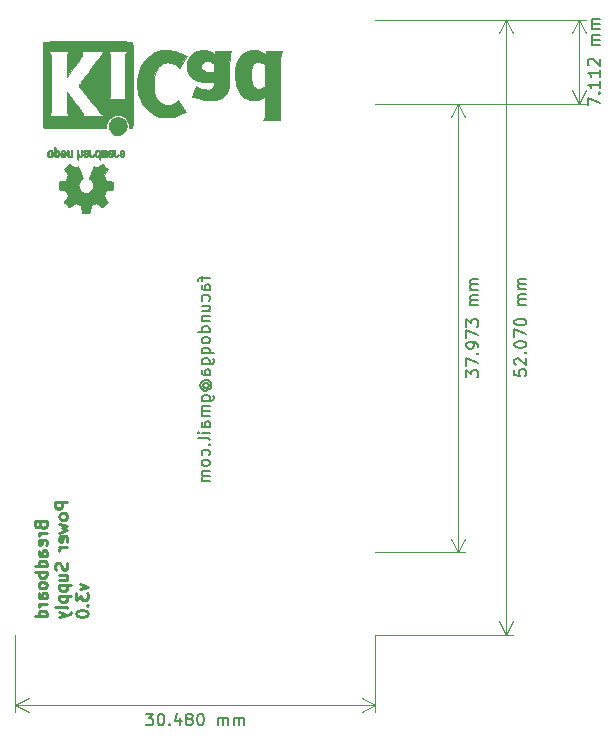
<source format=gbo>
%TF.GenerationSoftware,KiCad,Pcbnew,(5.1.12)-1*%
%TF.CreationDate,2022-01-26T00:14:16-03:00*%
%TF.ProjectId,BPS,4250532e-6b69-4636-9164-5f7063625858,3*%
%TF.SameCoordinates,Original*%
%TF.FileFunction,Legend,Bot*%
%TF.FilePolarity,Positive*%
%FSLAX46Y46*%
G04 Gerber Fmt 4.6, Leading zero omitted, Abs format (unit mm)*
G04 Created by KiCad (PCBNEW (5.1.12)-1) date 2022-01-26 00:14:16*
%MOMM*%
%LPD*%
G01*
G04 APERTURE LIST*
%ADD10C,0.150000*%
%ADD11C,0.120000*%
%ADD12C,0.250000*%
%ADD13C,0.010000*%
G04 APERTURE END LIST*
D10*
X124587523Y-160234380D02*
X125206571Y-160234380D01*
X124873238Y-160615333D01*
X125016095Y-160615333D01*
X125111333Y-160662952D01*
X125158952Y-160710571D01*
X125206571Y-160805809D01*
X125206571Y-161043904D01*
X125158952Y-161139142D01*
X125111333Y-161186761D01*
X125016095Y-161234380D01*
X124730380Y-161234380D01*
X124635142Y-161186761D01*
X124587523Y-161139142D01*
X125825619Y-160234380D02*
X125920857Y-160234380D01*
X126016095Y-160282000D01*
X126063714Y-160329619D01*
X126111333Y-160424857D01*
X126158952Y-160615333D01*
X126158952Y-160853428D01*
X126111333Y-161043904D01*
X126063714Y-161139142D01*
X126016095Y-161186761D01*
X125920857Y-161234380D01*
X125825619Y-161234380D01*
X125730380Y-161186761D01*
X125682761Y-161139142D01*
X125635142Y-161043904D01*
X125587523Y-160853428D01*
X125587523Y-160615333D01*
X125635142Y-160424857D01*
X125682761Y-160329619D01*
X125730380Y-160282000D01*
X125825619Y-160234380D01*
X126587523Y-161139142D02*
X126635142Y-161186761D01*
X126587523Y-161234380D01*
X126539904Y-161186761D01*
X126587523Y-161139142D01*
X126587523Y-161234380D01*
X127492285Y-160567714D02*
X127492285Y-161234380D01*
X127254190Y-160186761D02*
X127016095Y-160901047D01*
X127635142Y-160901047D01*
X128158952Y-160662952D02*
X128063714Y-160615333D01*
X128016095Y-160567714D01*
X127968476Y-160472476D01*
X127968476Y-160424857D01*
X128016095Y-160329619D01*
X128063714Y-160282000D01*
X128158952Y-160234380D01*
X128349428Y-160234380D01*
X128444666Y-160282000D01*
X128492285Y-160329619D01*
X128539904Y-160424857D01*
X128539904Y-160472476D01*
X128492285Y-160567714D01*
X128444666Y-160615333D01*
X128349428Y-160662952D01*
X128158952Y-160662952D01*
X128063714Y-160710571D01*
X128016095Y-160758190D01*
X127968476Y-160853428D01*
X127968476Y-161043904D01*
X128016095Y-161139142D01*
X128063714Y-161186761D01*
X128158952Y-161234380D01*
X128349428Y-161234380D01*
X128444666Y-161186761D01*
X128492285Y-161139142D01*
X128539904Y-161043904D01*
X128539904Y-160853428D01*
X128492285Y-160758190D01*
X128444666Y-160710571D01*
X128349428Y-160662952D01*
X129158952Y-160234380D02*
X129254190Y-160234380D01*
X129349428Y-160282000D01*
X129397047Y-160329619D01*
X129444666Y-160424857D01*
X129492285Y-160615333D01*
X129492285Y-160853428D01*
X129444666Y-161043904D01*
X129397047Y-161139142D01*
X129349428Y-161186761D01*
X129254190Y-161234380D01*
X129158952Y-161234380D01*
X129063714Y-161186761D01*
X129016095Y-161139142D01*
X128968476Y-161043904D01*
X128920857Y-160853428D01*
X128920857Y-160615333D01*
X128968476Y-160424857D01*
X129016095Y-160329619D01*
X129063714Y-160282000D01*
X129158952Y-160234380D01*
X130682761Y-161234380D02*
X130682761Y-160567714D01*
X130682761Y-160662952D02*
X130730380Y-160615333D01*
X130825619Y-160567714D01*
X130968476Y-160567714D01*
X131063714Y-160615333D01*
X131111333Y-160710571D01*
X131111333Y-161234380D01*
X131111333Y-160710571D02*
X131158952Y-160615333D01*
X131254190Y-160567714D01*
X131397047Y-160567714D01*
X131492285Y-160615333D01*
X131539904Y-160710571D01*
X131539904Y-161234380D01*
X132016095Y-161234380D02*
X132016095Y-160567714D01*
X132016095Y-160662952D02*
X132063714Y-160615333D01*
X132158952Y-160567714D01*
X132301809Y-160567714D01*
X132397047Y-160615333D01*
X132444666Y-160710571D01*
X132444666Y-161234380D01*
X132444666Y-160710571D02*
X132492285Y-160615333D01*
X132587523Y-160567714D01*
X132730380Y-160567714D01*
X132825619Y-160615333D01*
X132873238Y-160710571D01*
X132873238Y-161234380D01*
D11*
X113538000Y-159512000D02*
X144018000Y-159512000D01*
X113538000Y-153543000D02*
X113538000Y-160098421D01*
X144018000Y-153543000D02*
X144018000Y-160098421D01*
X144018000Y-159512000D02*
X142891496Y-160098421D01*
X144018000Y-159512000D02*
X142891496Y-158925579D01*
X113538000Y-159512000D02*
X114664504Y-160098421D01*
X113538000Y-159512000D02*
X114664504Y-158925579D01*
D10*
X162012380Y-108743285D02*
X162012380Y-108076619D01*
X163012380Y-108505190D01*
X162917142Y-107695666D02*
X162964761Y-107648047D01*
X163012380Y-107695666D01*
X162964761Y-107743285D01*
X162917142Y-107695666D01*
X163012380Y-107695666D01*
X163012380Y-106695666D02*
X163012380Y-107267095D01*
X163012380Y-106981380D02*
X162012380Y-106981380D01*
X162155238Y-107076619D01*
X162250476Y-107171857D01*
X162298095Y-107267095D01*
X163012380Y-105743285D02*
X163012380Y-106314714D01*
X163012380Y-106029000D02*
X162012380Y-106029000D01*
X162155238Y-106124238D01*
X162250476Y-106219476D01*
X162298095Y-106314714D01*
X162107619Y-105362333D02*
X162060000Y-105314714D01*
X162012380Y-105219476D01*
X162012380Y-104981380D01*
X162060000Y-104886142D01*
X162107619Y-104838523D01*
X162202857Y-104790904D01*
X162298095Y-104790904D01*
X162440952Y-104838523D01*
X163012380Y-105409952D01*
X163012380Y-104790904D01*
X163012380Y-103600428D02*
X162345714Y-103600428D01*
X162440952Y-103600428D02*
X162393333Y-103552809D01*
X162345714Y-103457571D01*
X162345714Y-103314714D01*
X162393333Y-103219476D01*
X162488571Y-103171857D01*
X163012380Y-103171857D01*
X162488571Y-103171857D02*
X162393333Y-103124238D01*
X162345714Y-103029000D01*
X162345714Y-102886142D01*
X162393333Y-102790904D01*
X162488571Y-102743285D01*
X163012380Y-102743285D01*
X163012380Y-102267095D02*
X162345714Y-102267095D01*
X162440952Y-102267095D02*
X162393333Y-102219476D01*
X162345714Y-102124238D01*
X162345714Y-101981380D01*
X162393333Y-101886142D01*
X162488571Y-101838523D01*
X163012380Y-101838523D01*
X162488571Y-101838523D02*
X162393333Y-101790904D01*
X162345714Y-101695666D01*
X162345714Y-101552809D01*
X162393333Y-101457571D01*
X162488571Y-101409952D01*
X163012380Y-101409952D01*
D11*
X161290000Y-108585000D02*
X161290000Y-101473000D01*
X144018000Y-108585000D02*
X161876421Y-108585000D01*
X144018000Y-101473000D02*
X161876421Y-101473000D01*
X161290000Y-101473000D02*
X161876421Y-102599504D01*
X161290000Y-101473000D02*
X160703579Y-102599504D01*
X161290000Y-108585000D02*
X161876421Y-107458496D01*
X161290000Y-108585000D02*
X160703579Y-107458496D01*
D10*
X151725380Y-131761976D02*
X151725380Y-131142928D01*
X152106333Y-131476261D01*
X152106333Y-131333404D01*
X152153952Y-131238166D01*
X152201571Y-131190547D01*
X152296809Y-131142928D01*
X152534904Y-131142928D01*
X152630142Y-131190547D01*
X152677761Y-131238166D01*
X152725380Y-131333404D01*
X152725380Y-131619119D01*
X152677761Y-131714357D01*
X152630142Y-131761976D01*
X151725380Y-130809595D02*
X151725380Y-130142928D01*
X152725380Y-130571500D01*
X152630142Y-129761976D02*
X152677761Y-129714357D01*
X152725380Y-129761976D01*
X152677761Y-129809595D01*
X152630142Y-129761976D01*
X152725380Y-129761976D01*
X152725380Y-129238166D02*
X152725380Y-129047690D01*
X152677761Y-128952452D01*
X152630142Y-128904833D01*
X152487285Y-128809595D01*
X152296809Y-128761976D01*
X151915857Y-128761976D01*
X151820619Y-128809595D01*
X151773000Y-128857214D01*
X151725380Y-128952452D01*
X151725380Y-129142928D01*
X151773000Y-129238166D01*
X151820619Y-129285785D01*
X151915857Y-129333404D01*
X152153952Y-129333404D01*
X152249190Y-129285785D01*
X152296809Y-129238166D01*
X152344428Y-129142928D01*
X152344428Y-128952452D01*
X152296809Y-128857214D01*
X152249190Y-128809595D01*
X152153952Y-128761976D01*
X151725380Y-128428642D02*
X151725380Y-127761976D01*
X152725380Y-128190547D01*
X151725380Y-127476261D02*
X151725380Y-126857214D01*
X152106333Y-127190547D01*
X152106333Y-127047690D01*
X152153952Y-126952452D01*
X152201571Y-126904833D01*
X152296809Y-126857214D01*
X152534904Y-126857214D01*
X152630142Y-126904833D01*
X152677761Y-126952452D01*
X152725380Y-127047690D01*
X152725380Y-127333404D01*
X152677761Y-127428642D01*
X152630142Y-127476261D01*
X152725380Y-125666738D02*
X152058714Y-125666738D01*
X152153952Y-125666738D02*
X152106333Y-125619119D01*
X152058714Y-125523880D01*
X152058714Y-125381023D01*
X152106333Y-125285785D01*
X152201571Y-125238166D01*
X152725380Y-125238166D01*
X152201571Y-125238166D02*
X152106333Y-125190547D01*
X152058714Y-125095309D01*
X152058714Y-124952452D01*
X152106333Y-124857214D01*
X152201571Y-124809595D01*
X152725380Y-124809595D01*
X152725380Y-124333404D02*
X152058714Y-124333404D01*
X152153952Y-124333404D02*
X152106333Y-124285785D01*
X152058714Y-124190547D01*
X152058714Y-124047690D01*
X152106333Y-123952452D01*
X152201571Y-123904833D01*
X152725380Y-123904833D01*
X152201571Y-123904833D02*
X152106333Y-123857214D01*
X152058714Y-123761976D01*
X152058714Y-123619119D01*
X152106333Y-123523880D01*
X152201571Y-123476261D01*
X152725380Y-123476261D01*
D11*
X151003000Y-146558000D02*
X151003000Y-108585000D01*
X144018000Y-146558000D02*
X151589421Y-146558000D01*
X144018000Y-108585000D02*
X151589421Y-108585000D01*
X151003000Y-108585000D02*
X151589421Y-109711504D01*
X151003000Y-108585000D02*
X150416579Y-109711504D01*
X151003000Y-146558000D02*
X151589421Y-145431496D01*
X151003000Y-146558000D02*
X150416579Y-145431496D01*
D10*
X155789380Y-131127047D02*
X155789380Y-131603238D01*
X156265571Y-131650857D01*
X156217952Y-131603238D01*
X156170333Y-131508000D01*
X156170333Y-131269904D01*
X156217952Y-131174666D01*
X156265571Y-131127047D01*
X156360809Y-131079428D01*
X156598904Y-131079428D01*
X156694142Y-131127047D01*
X156741761Y-131174666D01*
X156789380Y-131269904D01*
X156789380Y-131508000D01*
X156741761Y-131603238D01*
X156694142Y-131650857D01*
X155884619Y-130698476D02*
X155837000Y-130650857D01*
X155789380Y-130555619D01*
X155789380Y-130317523D01*
X155837000Y-130222285D01*
X155884619Y-130174666D01*
X155979857Y-130127047D01*
X156075095Y-130127047D01*
X156217952Y-130174666D01*
X156789380Y-130746095D01*
X156789380Y-130127047D01*
X156694142Y-129698476D02*
X156741761Y-129650857D01*
X156789380Y-129698476D01*
X156741761Y-129746095D01*
X156694142Y-129698476D01*
X156789380Y-129698476D01*
X155789380Y-129031809D02*
X155789380Y-128936571D01*
X155837000Y-128841333D01*
X155884619Y-128793714D01*
X155979857Y-128746095D01*
X156170333Y-128698476D01*
X156408428Y-128698476D01*
X156598904Y-128746095D01*
X156694142Y-128793714D01*
X156741761Y-128841333D01*
X156789380Y-128936571D01*
X156789380Y-129031809D01*
X156741761Y-129127047D01*
X156694142Y-129174666D01*
X156598904Y-129222285D01*
X156408428Y-129269904D01*
X156170333Y-129269904D01*
X155979857Y-129222285D01*
X155884619Y-129174666D01*
X155837000Y-129127047D01*
X155789380Y-129031809D01*
X155789380Y-128365142D02*
X155789380Y-127698476D01*
X156789380Y-128127047D01*
X155789380Y-127127047D02*
X155789380Y-127031809D01*
X155837000Y-126936571D01*
X155884619Y-126888952D01*
X155979857Y-126841333D01*
X156170333Y-126793714D01*
X156408428Y-126793714D01*
X156598904Y-126841333D01*
X156694142Y-126888952D01*
X156741761Y-126936571D01*
X156789380Y-127031809D01*
X156789380Y-127127047D01*
X156741761Y-127222285D01*
X156694142Y-127269904D01*
X156598904Y-127317523D01*
X156408428Y-127365142D01*
X156170333Y-127365142D01*
X155979857Y-127317523D01*
X155884619Y-127269904D01*
X155837000Y-127222285D01*
X155789380Y-127127047D01*
X156789380Y-125603238D02*
X156122714Y-125603238D01*
X156217952Y-125603238D02*
X156170333Y-125555619D01*
X156122714Y-125460380D01*
X156122714Y-125317523D01*
X156170333Y-125222285D01*
X156265571Y-125174666D01*
X156789380Y-125174666D01*
X156265571Y-125174666D02*
X156170333Y-125127047D01*
X156122714Y-125031809D01*
X156122714Y-124888952D01*
X156170333Y-124793714D01*
X156265571Y-124746095D01*
X156789380Y-124746095D01*
X156789380Y-124269904D02*
X156122714Y-124269904D01*
X156217952Y-124269904D02*
X156170333Y-124222285D01*
X156122714Y-124127047D01*
X156122714Y-123984190D01*
X156170333Y-123888952D01*
X156265571Y-123841333D01*
X156789380Y-123841333D01*
X156265571Y-123841333D02*
X156170333Y-123793714D01*
X156122714Y-123698476D01*
X156122714Y-123555619D01*
X156170333Y-123460380D01*
X156265571Y-123412761D01*
X156789380Y-123412761D01*
D11*
X155067000Y-153543000D02*
X155067000Y-101473000D01*
X144018000Y-153543000D02*
X155653421Y-153543000D01*
X144018000Y-101473000D02*
X155653421Y-101473000D01*
X155067000Y-101473000D02*
X155653421Y-102599504D01*
X155067000Y-101473000D02*
X154480579Y-102599504D01*
X155067000Y-153543000D02*
X155653421Y-152416496D01*
X155067000Y-153543000D02*
X154480579Y-152416496D01*
D10*
X129325714Y-123214904D02*
X129325714Y-123595857D01*
X129992380Y-123357761D02*
X129135238Y-123357761D01*
X129040000Y-123405380D01*
X128992380Y-123500619D01*
X128992380Y-123595857D01*
X129992380Y-124357761D02*
X129468571Y-124357761D01*
X129373333Y-124310142D01*
X129325714Y-124214904D01*
X129325714Y-124024428D01*
X129373333Y-123929190D01*
X129944761Y-124357761D02*
X129992380Y-124262523D01*
X129992380Y-124024428D01*
X129944761Y-123929190D01*
X129849523Y-123881571D01*
X129754285Y-123881571D01*
X129659047Y-123929190D01*
X129611428Y-124024428D01*
X129611428Y-124262523D01*
X129563809Y-124357761D01*
X129944761Y-125262523D02*
X129992380Y-125167285D01*
X129992380Y-124976809D01*
X129944761Y-124881571D01*
X129897142Y-124833952D01*
X129801904Y-124786333D01*
X129516190Y-124786333D01*
X129420952Y-124833952D01*
X129373333Y-124881571D01*
X129325714Y-124976809D01*
X129325714Y-125167285D01*
X129373333Y-125262523D01*
X129325714Y-126119666D02*
X129992380Y-126119666D01*
X129325714Y-125691095D02*
X129849523Y-125691095D01*
X129944761Y-125738714D01*
X129992380Y-125833952D01*
X129992380Y-125976809D01*
X129944761Y-126072047D01*
X129897142Y-126119666D01*
X129325714Y-126595857D02*
X129992380Y-126595857D01*
X129420952Y-126595857D02*
X129373333Y-126643476D01*
X129325714Y-126738714D01*
X129325714Y-126881571D01*
X129373333Y-126976809D01*
X129468571Y-127024428D01*
X129992380Y-127024428D01*
X129992380Y-127929190D02*
X128992380Y-127929190D01*
X129944761Y-127929190D02*
X129992380Y-127833952D01*
X129992380Y-127643476D01*
X129944761Y-127548238D01*
X129897142Y-127500619D01*
X129801904Y-127453000D01*
X129516190Y-127453000D01*
X129420952Y-127500619D01*
X129373333Y-127548238D01*
X129325714Y-127643476D01*
X129325714Y-127833952D01*
X129373333Y-127929190D01*
X129992380Y-128548238D02*
X129944761Y-128453000D01*
X129897142Y-128405380D01*
X129801904Y-128357761D01*
X129516190Y-128357761D01*
X129420952Y-128405380D01*
X129373333Y-128453000D01*
X129325714Y-128548238D01*
X129325714Y-128691095D01*
X129373333Y-128786333D01*
X129420952Y-128833952D01*
X129516190Y-128881571D01*
X129801904Y-128881571D01*
X129897142Y-128833952D01*
X129944761Y-128786333D01*
X129992380Y-128691095D01*
X129992380Y-128548238D01*
X129325714Y-129738714D02*
X130325714Y-129738714D01*
X129944761Y-129738714D02*
X129992380Y-129643476D01*
X129992380Y-129453000D01*
X129944761Y-129357761D01*
X129897142Y-129310142D01*
X129801904Y-129262523D01*
X129516190Y-129262523D01*
X129420952Y-129310142D01*
X129373333Y-129357761D01*
X129325714Y-129453000D01*
X129325714Y-129643476D01*
X129373333Y-129738714D01*
X129325714Y-130643476D02*
X130135238Y-130643476D01*
X130230476Y-130595857D01*
X130278095Y-130548238D01*
X130325714Y-130453000D01*
X130325714Y-130310142D01*
X130278095Y-130214904D01*
X129944761Y-130643476D02*
X129992380Y-130548238D01*
X129992380Y-130357761D01*
X129944761Y-130262523D01*
X129897142Y-130214904D01*
X129801904Y-130167285D01*
X129516190Y-130167285D01*
X129420952Y-130214904D01*
X129373333Y-130262523D01*
X129325714Y-130357761D01*
X129325714Y-130548238D01*
X129373333Y-130643476D01*
X129992380Y-131548238D02*
X129468571Y-131548238D01*
X129373333Y-131500619D01*
X129325714Y-131405380D01*
X129325714Y-131214904D01*
X129373333Y-131119666D01*
X129944761Y-131548238D02*
X129992380Y-131453000D01*
X129992380Y-131214904D01*
X129944761Y-131119666D01*
X129849523Y-131072047D01*
X129754285Y-131072047D01*
X129659047Y-131119666D01*
X129611428Y-131214904D01*
X129611428Y-131453000D01*
X129563809Y-131548238D01*
X129516190Y-132643476D02*
X129468571Y-132595857D01*
X129420952Y-132500619D01*
X129420952Y-132405380D01*
X129468571Y-132310142D01*
X129516190Y-132262523D01*
X129611428Y-132214904D01*
X129706666Y-132214904D01*
X129801904Y-132262523D01*
X129849523Y-132310142D01*
X129897142Y-132405380D01*
X129897142Y-132500619D01*
X129849523Y-132595857D01*
X129801904Y-132643476D01*
X129420952Y-132643476D02*
X129801904Y-132643476D01*
X129849523Y-132691095D01*
X129849523Y-132738714D01*
X129801904Y-132833952D01*
X129706666Y-132881571D01*
X129468571Y-132881571D01*
X129325714Y-132786333D01*
X129230476Y-132643476D01*
X129182857Y-132453000D01*
X129230476Y-132262523D01*
X129325714Y-132119666D01*
X129468571Y-132024428D01*
X129659047Y-131976809D01*
X129849523Y-132024428D01*
X129992380Y-132119666D01*
X130087619Y-132262523D01*
X130135238Y-132453000D01*
X130087619Y-132643476D01*
X129992380Y-132786333D01*
X129325714Y-133738714D02*
X130135238Y-133738714D01*
X130230476Y-133691095D01*
X130278095Y-133643476D01*
X130325714Y-133548238D01*
X130325714Y-133405380D01*
X130278095Y-133310142D01*
X129944761Y-133738714D02*
X129992380Y-133643476D01*
X129992380Y-133453000D01*
X129944761Y-133357761D01*
X129897142Y-133310142D01*
X129801904Y-133262523D01*
X129516190Y-133262523D01*
X129420952Y-133310142D01*
X129373333Y-133357761D01*
X129325714Y-133453000D01*
X129325714Y-133643476D01*
X129373333Y-133738714D01*
X129992380Y-134214904D02*
X129325714Y-134214904D01*
X129420952Y-134214904D02*
X129373333Y-134262523D01*
X129325714Y-134357761D01*
X129325714Y-134500619D01*
X129373333Y-134595857D01*
X129468571Y-134643476D01*
X129992380Y-134643476D01*
X129468571Y-134643476D02*
X129373333Y-134691095D01*
X129325714Y-134786333D01*
X129325714Y-134929190D01*
X129373333Y-135024428D01*
X129468571Y-135072047D01*
X129992380Y-135072047D01*
X129992380Y-135976809D02*
X129468571Y-135976809D01*
X129373333Y-135929190D01*
X129325714Y-135833952D01*
X129325714Y-135643476D01*
X129373333Y-135548238D01*
X129944761Y-135976809D02*
X129992380Y-135881571D01*
X129992380Y-135643476D01*
X129944761Y-135548238D01*
X129849523Y-135500619D01*
X129754285Y-135500619D01*
X129659047Y-135548238D01*
X129611428Y-135643476D01*
X129611428Y-135881571D01*
X129563809Y-135976809D01*
X129992380Y-136453000D02*
X129325714Y-136453000D01*
X128992380Y-136453000D02*
X129040000Y-136405380D01*
X129087619Y-136453000D01*
X129040000Y-136500619D01*
X128992380Y-136453000D01*
X129087619Y-136453000D01*
X129992380Y-137072047D02*
X129944761Y-136976809D01*
X129849523Y-136929190D01*
X128992380Y-136929190D01*
X129897142Y-137453000D02*
X129944761Y-137500619D01*
X129992380Y-137453000D01*
X129944761Y-137405380D01*
X129897142Y-137453000D01*
X129992380Y-137453000D01*
X129944761Y-138357761D02*
X129992380Y-138262523D01*
X129992380Y-138072047D01*
X129944761Y-137976809D01*
X129897142Y-137929190D01*
X129801904Y-137881571D01*
X129516190Y-137881571D01*
X129420952Y-137929190D01*
X129373333Y-137976809D01*
X129325714Y-138072047D01*
X129325714Y-138262523D01*
X129373333Y-138357761D01*
X129992380Y-138929190D02*
X129944761Y-138833952D01*
X129897142Y-138786333D01*
X129801904Y-138738714D01*
X129516190Y-138738714D01*
X129420952Y-138786333D01*
X129373333Y-138833952D01*
X129325714Y-138929190D01*
X129325714Y-139072047D01*
X129373333Y-139167285D01*
X129420952Y-139214904D01*
X129516190Y-139262523D01*
X129801904Y-139262523D01*
X129897142Y-139214904D01*
X129944761Y-139167285D01*
X129992380Y-139072047D01*
X129992380Y-138929190D01*
X129992380Y-139691095D02*
X129325714Y-139691095D01*
X129420952Y-139691095D02*
X129373333Y-139738714D01*
X129325714Y-139833952D01*
X129325714Y-139976809D01*
X129373333Y-140072047D01*
X129468571Y-140119666D01*
X129992380Y-140119666D01*
X129468571Y-140119666D02*
X129373333Y-140167285D01*
X129325714Y-140262523D01*
X129325714Y-140405380D01*
X129373333Y-140500619D01*
X129468571Y-140548238D01*
X129992380Y-140548238D01*
D12*
X115653571Y-144285119D02*
X115701190Y-144427976D01*
X115748809Y-144475595D01*
X115844047Y-144523214D01*
X115986904Y-144523214D01*
X116082142Y-144475595D01*
X116129761Y-144427976D01*
X116177380Y-144332738D01*
X116177380Y-143951785D01*
X115177380Y-143951785D01*
X115177380Y-144285119D01*
X115225000Y-144380357D01*
X115272619Y-144427976D01*
X115367857Y-144475595D01*
X115463095Y-144475595D01*
X115558333Y-144427976D01*
X115605952Y-144380357D01*
X115653571Y-144285119D01*
X115653571Y-143951785D01*
X116177380Y-144951785D02*
X115510714Y-144951785D01*
X115701190Y-144951785D02*
X115605952Y-144999404D01*
X115558333Y-145047023D01*
X115510714Y-145142261D01*
X115510714Y-145237500D01*
X116129761Y-145951785D02*
X116177380Y-145856547D01*
X116177380Y-145666071D01*
X116129761Y-145570833D01*
X116034523Y-145523214D01*
X115653571Y-145523214D01*
X115558333Y-145570833D01*
X115510714Y-145666071D01*
X115510714Y-145856547D01*
X115558333Y-145951785D01*
X115653571Y-145999404D01*
X115748809Y-145999404D01*
X115844047Y-145523214D01*
X116177380Y-146856547D02*
X115653571Y-146856547D01*
X115558333Y-146808928D01*
X115510714Y-146713690D01*
X115510714Y-146523214D01*
X115558333Y-146427976D01*
X116129761Y-146856547D02*
X116177380Y-146761309D01*
X116177380Y-146523214D01*
X116129761Y-146427976D01*
X116034523Y-146380357D01*
X115939285Y-146380357D01*
X115844047Y-146427976D01*
X115796428Y-146523214D01*
X115796428Y-146761309D01*
X115748809Y-146856547D01*
X116177380Y-147761309D02*
X115177380Y-147761309D01*
X116129761Y-147761309D02*
X116177380Y-147666071D01*
X116177380Y-147475595D01*
X116129761Y-147380357D01*
X116082142Y-147332738D01*
X115986904Y-147285119D01*
X115701190Y-147285119D01*
X115605952Y-147332738D01*
X115558333Y-147380357D01*
X115510714Y-147475595D01*
X115510714Y-147666071D01*
X115558333Y-147761309D01*
X116177380Y-148237500D02*
X115177380Y-148237500D01*
X115558333Y-148237500D02*
X115510714Y-148332738D01*
X115510714Y-148523214D01*
X115558333Y-148618452D01*
X115605952Y-148666071D01*
X115701190Y-148713690D01*
X115986904Y-148713690D01*
X116082142Y-148666071D01*
X116129761Y-148618452D01*
X116177380Y-148523214D01*
X116177380Y-148332738D01*
X116129761Y-148237500D01*
X116177380Y-149285119D02*
X116129761Y-149189880D01*
X116082142Y-149142261D01*
X115986904Y-149094642D01*
X115701190Y-149094642D01*
X115605952Y-149142261D01*
X115558333Y-149189880D01*
X115510714Y-149285119D01*
X115510714Y-149427976D01*
X115558333Y-149523214D01*
X115605952Y-149570833D01*
X115701190Y-149618452D01*
X115986904Y-149618452D01*
X116082142Y-149570833D01*
X116129761Y-149523214D01*
X116177380Y-149427976D01*
X116177380Y-149285119D01*
X116177380Y-150475595D02*
X115653571Y-150475595D01*
X115558333Y-150427976D01*
X115510714Y-150332738D01*
X115510714Y-150142261D01*
X115558333Y-150047023D01*
X116129761Y-150475595D02*
X116177380Y-150380357D01*
X116177380Y-150142261D01*
X116129761Y-150047023D01*
X116034523Y-149999404D01*
X115939285Y-149999404D01*
X115844047Y-150047023D01*
X115796428Y-150142261D01*
X115796428Y-150380357D01*
X115748809Y-150475595D01*
X116177380Y-150951785D02*
X115510714Y-150951785D01*
X115701190Y-150951785D02*
X115605952Y-150999404D01*
X115558333Y-151047023D01*
X115510714Y-151142261D01*
X115510714Y-151237500D01*
X116177380Y-151999404D02*
X115177380Y-151999404D01*
X116129761Y-151999404D02*
X116177380Y-151904166D01*
X116177380Y-151713690D01*
X116129761Y-151618452D01*
X116082142Y-151570833D01*
X115986904Y-151523214D01*
X115701190Y-151523214D01*
X115605952Y-151570833D01*
X115558333Y-151618452D01*
X115510714Y-151713690D01*
X115510714Y-151904166D01*
X115558333Y-151999404D01*
X117927380Y-142332738D02*
X116927380Y-142332738D01*
X116927380Y-142713690D01*
X116975000Y-142808928D01*
X117022619Y-142856547D01*
X117117857Y-142904166D01*
X117260714Y-142904166D01*
X117355952Y-142856547D01*
X117403571Y-142808928D01*
X117451190Y-142713690D01*
X117451190Y-142332738D01*
X117927380Y-143475595D02*
X117879761Y-143380357D01*
X117832142Y-143332738D01*
X117736904Y-143285119D01*
X117451190Y-143285119D01*
X117355952Y-143332738D01*
X117308333Y-143380357D01*
X117260714Y-143475595D01*
X117260714Y-143618452D01*
X117308333Y-143713690D01*
X117355952Y-143761309D01*
X117451190Y-143808928D01*
X117736904Y-143808928D01*
X117832142Y-143761309D01*
X117879761Y-143713690D01*
X117927380Y-143618452D01*
X117927380Y-143475595D01*
X117260714Y-144142261D02*
X117927380Y-144332738D01*
X117451190Y-144523214D01*
X117927380Y-144713690D01*
X117260714Y-144904166D01*
X117879761Y-145666071D02*
X117927380Y-145570833D01*
X117927380Y-145380357D01*
X117879761Y-145285119D01*
X117784523Y-145237500D01*
X117403571Y-145237500D01*
X117308333Y-145285119D01*
X117260714Y-145380357D01*
X117260714Y-145570833D01*
X117308333Y-145666071D01*
X117403571Y-145713690D01*
X117498809Y-145713690D01*
X117594047Y-145237500D01*
X117927380Y-146142261D02*
X117260714Y-146142261D01*
X117451190Y-146142261D02*
X117355952Y-146189880D01*
X117308333Y-146237500D01*
X117260714Y-146332738D01*
X117260714Y-146427976D01*
X117879761Y-147475595D02*
X117927380Y-147618452D01*
X117927380Y-147856547D01*
X117879761Y-147951785D01*
X117832142Y-147999404D01*
X117736904Y-148047023D01*
X117641666Y-148047023D01*
X117546428Y-147999404D01*
X117498809Y-147951785D01*
X117451190Y-147856547D01*
X117403571Y-147666071D01*
X117355952Y-147570833D01*
X117308333Y-147523214D01*
X117213095Y-147475595D01*
X117117857Y-147475595D01*
X117022619Y-147523214D01*
X116975000Y-147570833D01*
X116927380Y-147666071D01*
X116927380Y-147904166D01*
X116975000Y-148047023D01*
X117260714Y-148904166D02*
X117927380Y-148904166D01*
X117260714Y-148475595D02*
X117784523Y-148475595D01*
X117879761Y-148523214D01*
X117927380Y-148618452D01*
X117927380Y-148761309D01*
X117879761Y-148856547D01*
X117832142Y-148904166D01*
X117260714Y-149380357D02*
X118260714Y-149380357D01*
X117308333Y-149380357D02*
X117260714Y-149475595D01*
X117260714Y-149666071D01*
X117308333Y-149761309D01*
X117355952Y-149808928D01*
X117451190Y-149856547D01*
X117736904Y-149856547D01*
X117832142Y-149808928D01*
X117879761Y-149761309D01*
X117927380Y-149666071D01*
X117927380Y-149475595D01*
X117879761Y-149380357D01*
X117260714Y-150285119D02*
X118260714Y-150285119D01*
X117308333Y-150285119D02*
X117260714Y-150380357D01*
X117260714Y-150570833D01*
X117308333Y-150666071D01*
X117355952Y-150713690D01*
X117451190Y-150761309D01*
X117736904Y-150761309D01*
X117832142Y-150713690D01*
X117879761Y-150666071D01*
X117927380Y-150570833D01*
X117927380Y-150380357D01*
X117879761Y-150285119D01*
X117927380Y-151332738D02*
X117879761Y-151237500D01*
X117784523Y-151189880D01*
X116927380Y-151189880D01*
X117260714Y-151618452D02*
X117927380Y-151856547D01*
X117260714Y-152094642D02*
X117927380Y-151856547D01*
X118165476Y-151761309D01*
X118213095Y-151713690D01*
X118260714Y-151618452D01*
X119010714Y-149237500D02*
X119677380Y-149475595D01*
X119010714Y-149713690D01*
X118677380Y-149999404D02*
X118677380Y-150618452D01*
X119058333Y-150285119D01*
X119058333Y-150427976D01*
X119105952Y-150523214D01*
X119153571Y-150570833D01*
X119248809Y-150618452D01*
X119486904Y-150618452D01*
X119582142Y-150570833D01*
X119629761Y-150523214D01*
X119677380Y-150427976D01*
X119677380Y-150142261D01*
X119629761Y-150047023D01*
X119582142Y-149999404D01*
X119582142Y-151047023D02*
X119629761Y-151094642D01*
X119677380Y-151047023D01*
X119629761Y-150999404D01*
X119582142Y-151047023D01*
X119677380Y-151047023D01*
X118677380Y-151713690D02*
X118677380Y-151808928D01*
X118725000Y-151904166D01*
X118772619Y-151951785D01*
X118867857Y-151999404D01*
X119058333Y-152047023D01*
X119296428Y-152047023D01*
X119486904Y-151999404D01*
X119582142Y-151951785D01*
X119629761Y-151904166D01*
X119677380Y-151808928D01*
X119677380Y-151713690D01*
X119629761Y-151618452D01*
X119582142Y-151570833D01*
X119486904Y-151523214D01*
X119296428Y-151475595D01*
X119058333Y-151475595D01*
X118867857Y-151523214D01*
X118772619Y-151570833D01*
X118725000Y-151618452D01*
X118677380Y-151713690D01*
D13*
%TO.C,REF\u002A\u002A*%
G36*
X119610910Y-117819652D02*
G01*
X119689454Y-117819222D01*
X119746298Y-117818058D01*
X119785105Y-117815793D01*
X119809538Y-117812060D01*
X119823262Y-117806494D01*
X119829940Y-117798727D01*
X119833236Y-117788395D01*
X119833556Y-117787057D01*
X119838562Y-117762921D01*
X119847829Y-117715299D01*
X119860392Y-117649259D01*
X119875287Y-117569872D01*
X119891551Y-117482204D01*
X119892119Y-117479125D01*
X119908410Y-117393211D01*
X119923652Y-117317304D01*
X119936861Y-117255955D01*
X119947054Y-117213718D01*
X119953248Y-117195145D01*
X119953543Y-117194816D01*
X119971788Y-117185747D01*
X120009405Y-117170633D01*
X120058271Y-117152738D01*
X120058543Y-117152642D01*
X120120093Y-117129507D01*
X120192657Y-117100035D01*
X120261057Y-117070403D01*
X120264294Y-117068938D01*
X120375702Y-117018374D01*
X120622399Y-117186840D01*
X120698077Y-117238197D01*
X120766631Y-117284111D01*
X120824088Y-117321970D01*
X120866476Y-117349163D01*
X120889825Y-117363079D01*
X120892042Y-117364111D01*
X120909010Y-117359516D01*
X120940701Y-117337345D01*
X120988352Y-117296553D01*
X121053198Y-117236095D01*
X121119397Y-117171773D01*
X121183214Y-117108388D01*
X121240329Y-117050549D01*
X121287305Y-117001825D01*
X121320703Y-116965790D01*
X121337085Y-116946016D01*
X121337694Y-116944998D01*
X121339505Y-116931428D01*
X121332683Y-116909267D01*
X121315540Y-116875522D01*
X121286393Y-116827200D01*
X121243555Y-116761308D01*
X121186448Y-116676483D01*
X121135766Y-116601823D01*
X121090461Y-116534860D01*
X121053150Y-116479484D01*
X121026452Y-116439580D01*
X121012985Y-116419038D01*
X121012137Y-116417644D01*
X121013781Y-116397962D01*
X121026245Y-116359707D01*
X121047048Y-116310111D01*
X121054462Y-116294272D01*
X121086814Y-116223710D01*
X121121328Y-116143647D01*
X121149365Y-116074371D01*
X121169568Y-116022955D01*
X121185615Y-115983881D01*
X121194888Y-115963459D01*
X121196041Y-115961886D01*
X121213096Y-115959279D01*
X121253298Y-115952137D01*
X121311302Y-115941477D01*
X121381763Y-115928315D01*
X121459335Y-115913667D01*
X121538672Y-115898551D01*
X121614431Y-115883982D01*
X121681264Y-115870978D01*
X121733828Y-115860555D01*
X121766776Y-115853730D01*
X121774857Y-115851801D01*
X121783205Y-115847038D01*
X121789506Y-115836282D01*
X121794045Y-115815902D01*
X121797104Y-115782266D01*
X121798967Y-115731745D01*
X121799918Y-115660708D01*
X121800240Y-115565524D01*
X121800257Y-115526508D01*
X121800257Y-115209201D01*
X121724057Y-115194161D01*
X121681663Y-115186005D01*
X121618400Y-115174101D01*
X121541962Y-115159884D01*
X121460043Y-115144790D01*
X121437400Y-115140645D01*
X121361806Y-115125947D01*
X121295953Y-115111495D01*
X121245366Y-115098625D01*
X121215574Y-115088678D01*
X121210612Y-115085713D01*
X121198426Y-115064717D01*
X121180953Y-115024033D01*
X121161577Y-114971678D01*
X121157734Y-114960400D01*
X121132339Y-114890477D01*
X121100817Y-114811582D01*
X121069969Y-114740734D01*
X121069817Y-114740405D01*
X121018447Y-114629267D01*
X121187399Y-114380747D01*
X121356352Y-114132228D01*
X121139429Y-113914942D01*
X121073819Y-113850274D01*
X121013979Y-113793267D01*
X120963267Y-113746967D01*
X120925046Y-113714416D01*
X120902675Y-113698657D01*
X120899466Y-113697657D01*
X120880626Y-113705531D01*
X120842180Y-113727422D01*
X120788330Y-113760733D01*
X120723276Y-113802869D01*
X120652940Y-113850057D01*
X120581555Y-113898190D01*
X120517908Y-113940072D01*
X120466041Y-113973129D01*
X120429995Y-113994782D01*
X120413867Y-114002457D01*
X120394189Y-113995963D01*
X120356875Y-113978850D01*
X120309621Y-113954674D01*
X120304612Y-113951987D01*
X120240977Y-113920073D01*
X120197341Y-113904421D01*
X120170202Y-113904255D01*
X120156057Y-113918796D01*
X120155975Y-113919000D01*
X120148905Y-113936221D01*
X120132042Y-113977101D01*
X120106695Y-114038475D01*
X120074171Y-114117181D01*
X120035778Y-114210053D01*
X119992822Y-114313928D01*
X119951222Y-114414498D01*
X119905504Y-114525484D01*
X119863526Y-114628297D01*
X119826548Y-114719785D01*
X119795827Y-114796799D01*
X119772622Y-114856185D01*
X119758190Y-114894791D01*
X119753743Y-114909200D01*
X119764896Y-114925728D01*
X119794069Y-114952070D01*
X119832971Y-114981113D01*
X119943757Y-115072961D01*
X120030351Y-115178241D01*
X120091716Y-115294734D01*
X120126815Y-115420224D01*
X120134608Y-115552493D01*
X120128943Y-115613543D01*
X120098078Y-115740205D01*
X120044920Y-115852059D01*
X119972767Y-115947999D01*
X119884917Y-116026924D01*
X119784665Y-116087730D01*
X119675310Y-116129313D01*
X119560147Y-116150572D01*
X119442475Y-116150401D01*
X119325590Y-116127699D01*
X119212789Y-116081362D01*
X119107369Y-116010287D01*
X119063368Y-115970089D01*
X118978979Y-115866871D01*
X118920222Y-115754075D01*
X118886704Y-115634990D01*
X118878035Y-115512905D01*
X118893823Y-115391107D01*
X118933678Y-115272884D01*
X118997207Y-115161525D01*
X119084021Y-115060316D01*
X119181029Y-114981113D01*
X119221437Y-114950838D01*
X119249982Y-114924781D01*
X119260257Y-114909175D01*
X119254877Y-114892157D01*
X119239575Y-114851500D01*
X119215612Y-114790358D01*
X119184244Y-114711881D01*
X119146732Y-114619220D01*
X119104333Y-114515528D01*
X119062663Y-114414474D01*
X119016690Y-114303393D01*
X118974107Y-114200459D01*
X118936221Y-114108835D01*
X118904340Y-114031684D01*
X118879771Y-113972169D01*
X118863820Y-113933456D01*
X118857910Y-113919000D01*
X118843948Y-113904315D01*
X118816940Y-113904358D01*
X118773413Y-113919901D01*
X118709890Y-113951716D01*
X118709388Y-113951987D01*
X118661560Y-113976677D01*
X118622897Y-113994662D01*
X118601095Y-114002386D01*
X118600133Y-114002457D01*
X118583721Y-113994622D01*
X118547487Y-113972835D01*
X118495474Y-113939672D01*
X118431725Y-113897709D01*
X118361060Y-113850057D01*
X118289116Y-113801809D01*
X118224274Y-113759849D01*
X118170735Y-113726773D01*
X118132697Y-113705179D01*
X118114533Y-113697657D01*
X118097808Y-113707543D01*
X118064180Y-113735174D01*
X118017010Y-113777505D01*
X117959658Y-113831495D01*
X117895484Y-113894101D01*
X117874497Y-113915017D01*
X117657499Y-114132377D01*
X117822668Y-114374780D01*
X117872864Y-114449219D01*
X117916919Y-114516028D01*
X117952362Y-114571335D01*
X117976719Y-114611271D01*
X117987522Y-114631964D01*
X117987838Y-114633437D01*
X117982143Y-114652942D01*
X117966826Y-114692178D01*
X117944537Y-114744570D01*
X117928893Y-114779645D01*
X117899641Y-114846799D01*
X117872094Y-114914642D01*
X117850737Y-114971966D01*
X117844935Y-114989428D01*
X117828452Y-115036062D01*
X117812340Y-115072095D01*
X117803490Y-115085713D01*
X117783960Y-115094048D01*
X117741334Y-115105863D01*
X117681145Y-115119819D01*
X117608922Y-115134578D01*
X117576600Y-115140645D01*
X117494522Y-115155727D01*
X117415795Y-115170331D01*
X117348109Y-115183020D01*
X117299160Y-115192358D01*
X117289943Y-115194161D01*
X117213743Y-115209201D01*
X117213743Y-115526508D01*
X117213914Y-115630846D01*
X117214616Y-115709787D01*
X117216134Y-115766962D01*
X117218749Y-115806001D01*
X117222746Y-115830535D01*
X117228409Y-115844195D01*
X117236020Y-115850611D01*
X117239143Y-115851801D01*
X117257978Y-115856020D01*
X117299588Y-115864438D01*
X117358630Y-115876039D01*
X117429757Y-115889805D01*
X117507625Y-115904720D01*
X117586887Y-115919768D01*
X117662198Y-115933931D01*
X117728213Y-115946194D01*
X117779587Y-115955539D01*
X117810975Y-115960950D01*
X117817959Y-115961886D01*
X117824285Y-115974404D01*
X117838290Y-116007754D01*
X117857355Y-116055623D01*
X117864634Y-116074371D01*
X117893996Y-116146805D01*
X117928571Y-116226830D01*
X117959537Y-116294272D01*
X117982323Y-116345841D01*
X117997482Y-116388215D01*
X118002542Y-116414166D01*
X118001736Y-116417644D01*
X117991041Y-116434064D01*
X117966620Y-116470583D01*
X117931095Y-116523313D01*
X117887087Y-116588365D01*
X117837217Y-116661849D01*
X117827356Y-116676355D01*
X117769492Y-116762296D01*
X117726956Y-116827739D01*
X117698054Y-116875696D01*
X117681090Y-116909180D01*
X117674367Y-116931205D01*
X117676190Y-116944783D01*
X117676236Y-116944869D01*
X117690586Y-116962703D01*
X117722323Y-116997183D01*
X117768010Y-117044732D01*
X117824204Y-117101778D01*
X117887468Y-117164745D01*
X117894602Y-117171773D01*
X117974330Y-117248980D01*
X118035857Y-117305670D01*
X118080421Y-117342890D01*
X118109257Y-117361685D01*
X118121958Y-117364111D01*
X118140494Y-117353529D01*
X118178961Y-117329084D01*
X118233386Y-117293388D01*
X118299798Y-117249053D01*
X118374225Y-117198689D01*
X118391601Y-117186840D01*
X118638297Y-117018374D01*
X118749706Y-117068938D01*
X118817457Y-117098405D01*
X118890183Y-117128041D01*
X118952703Y-117151670D01*
X118955457Y-117152642D01*
X119004360Y-117170543D01*
X119042057Y-117185680D01*
X119060425Y-117194790D01*
X119060456Y-117194816D01*
X119066285Y-117211283D01*
X119076192Y-117251781D01*
X119089195Y-117311758D01*
X119104309Y-117386660D01*
X119120552Y-117471936D01*
X119121881Y-117479125D01*
X119138175Y-117566986D01*
X119153133Y-117646740D01*
X119165791Y-117713319D01*
X119175186Y-117761653D01*
X119180354Y-117786675D01*
X119180444Y-117787057D01*
X119183589Y-117797701D01*
X119189704Y-117805738D01*
X119202453Y-117811533D01*
X119225500Y-117815453D01*
X119262509Y-117817865D01*
X119317144Y-117819135D01*
X119393067Y-117819629D01*
X119493944Y-117819714D01*
X119507000Y-117819714D01*
X119610910Y-117819652D01*
G37*
X119610910Y-117819652D02*
X119689454Y-117819222D01*
X119746298Y-117818058D01*
X119785105Y-117815793D01*
X119809538Y-117812060D01*
X119823262Y-117806494D01*
X119829940Y-117798727D01*
X119833236Y-117788395D01*
X119833556Y-117787057D01*
X119838562Y-117762921D01*
X119847829Y-117715299D01*
X119860392Y-117649259D01*
X119875287Y-117569872D01*
X119891551Y-117482204D01*
X119892119Y-117479125D01*
X119908410Y-117393211D01*
X119923652Y-117317304D01*
X119936861Y-117255955D01*
X119947054Y-117213718D01*
X119953248Y-117195145D01*
X119953543Y-117194816D01*
X119971788Y-117185747D01*
X120009405Y-117170633D01*
X120058271Y-117152738D01*
X120058543Y-117152642D01*
X120120093Y-117129507D01*
X120192657Y-117100035D01*
X120261057Y-117070403D01*
X120264294Y-117068938D01*
X120375702Y-117018374D01*
X120622399Y-117186840D01*
X120698077Y-117238197D01*
X120766631Y-117284111D01*
X120824088Y-117321970D01*
X120866476Y-117349163D01*
X120889825Y-117363079D01*
X120892042Y-117364111D01*
X120909010Y-117359516D01*
X120940701Y-117337345D01*
X120988352Y-117296553D01*
X121053198Y-117236095D01*
X121119397Y-117171773D01*
X121183214Y-117108388D01*
X121240329Y-117050549D01*
X121287305Y-117001825D01*
X121320703Y-116965790D01*
X121337085Y-116946016D01*
X121337694Y-116944998D01*
X121339505Y-116931428D01*
X121332683Y-116909267D01*
X121315540Y-116875522D01*
X121286393Y-116827200D01*
X121243555Y-116761308D01*
X121186448Y-116676483D01*
X121135766Y-116601823D01*
X121090461Y-116534860D01*
X121053150Y-116479484D01*
X121026452Y-116439580D01*
X121012985Y-116419038D01*
X121012137Y-116417644D01*
X121013781Y-116397962D01*
X121026245Y-116359707D01*
X121047048Y-116310111D01*
X121054462Y-116294272D01*
X121086814Y-116223710D01*
X121121328Y-116143647D01*
X121149365Y-116074371D01*
X121169568Y-116022955D01*
X121185615Y-115983881D01*
X121194888Y-115963459D01*
X121196041Y-115961886D01*
X121213096Y-115959279D01*
X121253298Y-115952137D01*
X121311302Y-115941477D01*
X121381763Y-115928315D01*
X121459335Y-115913667D01*
X121538672Y-115898551D01*
X121614431Y-115883982D01*
X121681264Y-115870978D01*
X121733828Y-115860555D01*
X121766776Y-115853730D01*
X121774857Y-115851801D01*
X121783205Y-115847038D01*
X121789506Y-115836282D01*
X121794045Y-115815902D01*
X121797104Y-115782266D01*
X121798967Y-115731745D01*
X121799918Y-115660708D01*
X121800240Y-115565524D01*
X121800257Y-115526508D01*
X121800257Y-115209201D01*
X121724057Y-115194161D01*
X121681663Y-115186005D01*
X121618400Y-115174101D01*
X121541962Y-115159884D01*
X121460043Y-115144790D01*
X121437400Y-115140645D01*
X121361806Y-115125947D01*
X121295953Y-115111495D01*
X121245366Y-115098625D01*
X121215574Y-115088678D01*
X121210612Y-115085713D01*
X121198426Y-115064717D01*
X121180953Y-115024033D01*
X121161577Y-114971678D01*
X121157734Y-114960400D01*
X121132339Y-114890477D01*
X121100817Y-114811582D01*
X121069969Y-114740734D01*
X121069817Y-114740405D01*
X121018447Y-114629267D01*
X121187399Y-114380747D01*
X121356352Y-114132228D01*
X121139429Y-113914942D01*
X121073819Y-113850274D01*
X121013979Y-113793267D01*
X120963267Y-113746967D01*
X120925046Y-113714416D01*
X120902675Y-113698657D01*
X120899466Y-113697657D01*
X120880626Y-113705531D01*
X120842180Y-113727422D01*
X120788330Y-113760733D01*
X120723276Y-113802869D01*
X120652940Y-113850057D01*
X120581555Y-113898190D01*
X120517908Y-113940072D01*
X120466041Y-113973129D01*
X120429995Y-113994782D01*
X120413867Y-114002457D01*
X120394189Y-113995963D01*
X120356875Y-113978850D01*
X120309621Y-113954674D01*
X120304612Y-113951987D01*
X120240977Y-113920073D01*
X120197341Y-113904421D01*
X120170202Y-113904255D01*
X120156057Y-113918796D01*
X120155975Y-113919000D01*
X120148905Y-113936221D01*
X120132042Y-113977101D01*
X120106695Y-114038475D01*
X120074171Y-114117181D01*
X120035778Y-114210053D01*
X119992822Y-114313928D01*
X119951222Y-114414498D01*
X119905504Y-114525484D01*
X119863526Y-114628297D01*
X119826548Y-114719785D01*
X119795827Y-114796799D01*
X119772622Y-114856185D01*
X119758190Y-114894791D01*
X119753743Y-114909200D01*
X119764896Y-114925728D01*
X119794069Y-114952070D01*
X119832971Y-114981113D01*
X119943757Y-115072961D01*
X120030351Y-115178241D01*
X120091716Y-115294734D01*
X120126815Y-115420224D01*
X120134608Y-115552493D01*
X120128943Y-115613543D01*
X120098078Y-115740205D01*
X120044920Y-115852059D01*
X119972767Y-115947999D01*
X119884917Y-116026924D01*
X119784665Y-116087730D01*
X119675310Y-116129313D01*
X119560147Y-116150572D01*
X119442475Y-116150401D01*
X119325590Y-116127699D01*
X119212789Y-116081362D01*
X119107369Y-116010287D01*
X119063368Y-115970089D01*
X118978979Y-115866871D01*
X118920222Y-115754075D01*
X118886704Y-115634990D01*
X118878035Y-115512905D01*
X118893823Y-115391107D01*
X118933678Y-115272884D01*
X118997207Y-115161525D01*
X119084021Y-115060316D01*
X119181029Y-114981113D01*
X119221437Y-114950838D01*
X119249982Y-114924781D01*
X119260257Y-114909175D01*
X119254877Y-114892157D01*
X119239575Y-114851500D01*
X119215612Y-114790358D01*
X119184244Y-114711881D01*
X119146732Y-114619220D01*
X119104333Y-114515528D01*
X119062663Y-114414474D01*
X119016690Y-114303393D01*
X118974107Y-114200459D01*
X118936221Y-114108835D01*
X118904340Y-114031684D01*
X118879771Y-113972169D01*
X118863820Y-113933456D01*
X118857910Y-113919000D01*
X118843948Y-113904315D01*
X118816940Y-113904358D01*
X118773413Y-113919901D01*
X118709890Y-113951716D01*
X118709388Y-113951987D01*
X118661560Y-113976677D01*
X118622897Y-113994662D01*
X118601095Y-114002386D01*
X118600133Y-114002457D01*
X118583721Y-113994622D01*
X118547487Y-113972835D01*
X118495474Y-113939672D01*
X118431725Y-113897709D01*
X118361060Y-113850057D01*
X118289116Y-113801809D01*
X118224274Y-113759849D01*
X118170735Y-113726773D01*
X118132697Y-113705179D01*
X118114533Y-113697657D01*
X118097808Y-113707543D01*
X118064180Y-113735174D01*
X118017010Y-113777505D01*
X117959658Y-113831495D01*
X117895484Y-113894101D01*
X117874497Y-113915017D01*
X117657499Y-114132377D01*
X117822668Y-114374780D01*
X117872864Y-114449219D01*
X117916919Y-114516028D01*
X117952362Y-114571335D01*
X117976719Y-114611271D01*
X117987522Y-114631964D01*
X117987838Y-114633437D01*
X117982143Y-114652942D01*
X117966826Y-114692178D01*
X117944537Y-114744570D01*
X117928893Y-114779645D01*
X117899641Y-114846799D01*
X117872094Y-114914642D01*
X117850737Y-114971966D01*
X117844935Y-114989428D01*
X117828452Y-115036062D01*
X117812340Y-115072095D01*
X117803490Y-115085713D01*
X117783960Y-115094048D01*
X117741334Y-115105863D01*
X117681145Y-115119819D01*
X117608922Y-115134578D01*
X117576600Y-115140645D01*
X117494522Y-115155727D01*
X117415795Y-115170331D01*
X117348109Y-115183020D01*
X117299160Y-115192358D01*
X117289943Y-115194161D01*
X117213743Y-115209201D01*
X117213743Y-115526508D01*
X117213914Y-115630846D01*
X117214616Y-115709787D01*
X117216134Y-115766962D01*
X117218749Y-115806001D01*
X117222746Y-115830535D01*
X117228409Y-115844195D01*
X117236020Y-115850611D01*
X117239143Y-115851801D01*
X117257978Y-115856020D01*
X117299588Y-115864438D01*
X117358630Y-115876039D01*
X117429757Y-115889805D01*
X117507625Y-115904720D01*
X117586887Y-115919768D01*
X117662198Y-115933931D01*
X117728213Y-115946194D01*
X117779587Y-115955539D01*
X117810975Y-115960950D01*
X117817959Y-115961886D01*
X117824285Y-115974404D01*
X117838290Y-116007754D01*
X117857355Y-116055623D01*
X117864634Y-116074371D01*
X117893996Y-116146805D01*
X117928571Y-116226830D01*
X117959537Y-116294272D01*
X117982323Y-116345841D01*
X117997482Y-116388215D01*
X118002542Y-116414166D01*
X118001736Y-116417644D01*
X117991041Y-116434064D01*
X117966620Y-116470583D01*
X117931095Y-116523313D01*
X117887087Y-116588365D01*
X117837217Y-116661849D01*
X117827356Y-116676355D01*
X117769492Y-116762296D01*
X117726956Y-116827739D01*
X117698054Y-116875696D01*
X117681090Y-116909180D01*
X117674367Y-116931205D01*
X117676190Y-116944783D01*
X117676236Y-116944869D01*
X117690586Y-116962703D01*
X117722323Y-116997183D01*
X117768010Y-117044732D01*
X117824204Y-117101778D01*
X117887468Y-117164745D01*
X117894602Y-117171773D01*
X117974330Y-117248980D01*
X118035857Y-117305670D01*
X118080421Y-117342890D01*
X118109257Y-117361685D01*
X118121958Y-117364111D01*
X118140494Y-117353529D01*
X118178961Y-117329084D01*
X118233386Y-117293388D01*
X118299798Y-117249053D01*
X118374225Y-117198689D01*
X118391601Y-117186840D01*
X118638297Y-117018374D01*
X118749706Y-117068938D01*
X118817457Y-117098405D01*
X118890183Y-117128041D01*
X118952703Y-117151670D01*
X118955457Y-117152642D01*
X119004360Y-117170543D01*
X119042057Y-117185680D01*
X119060425Y-117194790D01*
X119060456Y-117194816D01*
X119066285Y-117211283D01*
X119076192Y-117251781D01*
X119089195Y-117311758D01*
X119104309Y-117386660D01*
X119120552Y-117471936D01*
X119121881Y-117479125D01*
X119138175Y-117566986D01*
X119153133Y-117646740D01*
X119165791Y-117713319D01*
X119175186Y-117761653D01*
X119180354Y-117786675D01*
X119180444Y-117787057D01*
X119183589Y-117797701D01*
X119189704Y-117805738D01*
X119202453Y-117811533D01*
X119225500Y-117815453D01*
X119262509Y-117817865D01*
X119317144Y-117819135D01*
X119393067Y-117819629D01*
X119493944Y-117819714D01*
X119507000Y-117819714D01*
X119610910Y-117819652D01*
G36*
X122660595Y-113095034D02*
G01*
X122718021Y-113057503D01*
X122745719Y-113023904D01*
X122767662Y-112962936D01*
X122769405Y-112914692D01*
X122765457Y-112850184D01*
X122616686Y-112785066D01*
X122544349Y-112751798D01*
X122497084Y-112725036D01*
X122472507Y-112701856D01*
X122468237Y-112679333D01*
X122481889Y-112654545D01*
X122496943Y-112638114D01*
X122540746Y-112611765D01*
X122588389Y-112609919D01*
X122632145Y-112630454D01*
X122664289Y-112671248D01*
X122670038Y-112685653D01*
X122697576Y-112730644D01*
X122729258Y-112749818D01*
X122772714Y-112766221D01*
X122772714Y-112704034D01*
X122768872Y-112661717D01*
X122753823Y-112626031D01*
X122722280Y-112585057D01*
X122717592Y-112579733D01*
X122682506Y-112543280D01*
X122652347Y-112523717D01*
X122614615Y-112514717D01*
X122583335Y-112511770D01*
X122527385Y-112511035D01*
X122487555Y-112520340D01*
X122462708Y-112534154D01*
X122423656Y-112564533D01*
X122396625Y-112597387D01*
X122379517Y-112638706D01*
X122370238Y-112694479D01*
X122366693Y-112770695D01*
X122366410Y-112809378D01*
X122367372Y-112855753D01*
X122455007Y-112855753D01*
X122456023Y-112830874D01*
X122458556Y-112826800D01*
X122475274Y-112832335D01*
X122511249Y-112846983D01*
X122559331Y-112867810D01*
X122569386Y-112872286D01*
X122630152Y-112903186D01*
X122663632Y-112930343D01*
X122670990Y-112955780D01*
X122653391Y-112981519D01*
X122638856Y-112992891D01*
X122586410Y-113015636D01*
X122537322Y-113011878D01*
X122496227Y-112984116D01*
X122467758Y-112934848D01*
X122458631Y-112895743D01*
X122455007Y-112855753D01*
X122367372Y-112855753D01*
X122368285Y-112899751D01*
X122375196Y-112966616D01*
X122388884Y-113015305D01*
X122411096Y-113051151D01*
X122443574Y-113079487D01*
X122457733Y-113088645D01*
X122522053Y-113112493D01*
X122592473Y-113113994D01*
X122660595Y-113095034D01*
G37*
X122660595Y-113095034D02*
X122718021Y-113057503D01*
X122745719Y-113023904D01*
X122767662Y-112962936D01*
X122769405Y-112914692D01*
X122765457Y-112850184D01*
X122616686Y-112785066D01*
X122544349Y-112751798D01*
X122497084Y-112725036D01*
X122472507Y-112701856D01*
X122468237Y-112679333D01*
X122481889Y-112654545D01*
X122496943Y-112638114D01*
X122540746Y-112611765D01*
X122588389Y-112609919D01*
X122632145Y-112630454D01*
X122664289Y-112671248D01*
X122670038Y-112685653D01*
X122697576Y-112730644D01*
X122729258Y-112749818D01*
X122772714Y-112766221D01*
X122772714Y-112704034D01*
X122768872Y-112661717D01*
X122753823Y-112626031D01*
X122722280Y-112585057D01*
X122717592Y-112579733D01*
X122682506Y-112543280D01*
X122652347Y-112523717D01*
X122614615Y-112514717D01*
X122583335Y-112511770D01*
X122527385Y-112511035D01*
X122487555Y-112520340D01*
X122462708Y-112534154D01*
X122423656Y-112564533D01*
X122396625Y-112597387D01*
X122379517Y-112638706D01*
X122370238Y-112694479D01*
X122366693Y-112770695D01*
X122366410Y-112809378D01*
X122367372Y-112855753D01*
X122455007Y-112855753D01*
X122456023Y-112830874D01*
X122458556Y-112826800D01*
X122475274Y-112832335D01*
X122511249Y-112846983D01*
X122559331Y-112867810D01*
X122569386Y-112872286D01*
X122630152Y-112903186D01*
X122663632Y-112930343D01*
X122670990Y-112955780D01*
X122653391Y-112981519D01*
X122638856Y-112992891D01*
X122586410Y-113015636D01*
X122537322Y-113011878D01*
X122496227Y-112984116D01*
X122467758Y-112934848D01*
X122458631Y-112895743D01*
X122455007Y-112855753D01*
X122367372Y-112855753D01*
X122368285Y-112899751D01*
X122375196Y-112966616D01*
X122388884Y-113015305D01*
X122411096Y-113051151D01*
X122443574Y-113079487D01*
X122457733Y-113088645D01*
X122522053Y-113112493D01*
X122592473Y-113113994D01*
X122660595Y-113095034D01*
G36*
X122159600Y-113103248D02*
G01*
X122176948Y-113095666D01*
X122218356Y-113062872D01*
X122253765Y-113015453D01*
X122275664Y-112964849D01*
X122279229Y-112939902D01*
X122267279Y-112905073D01*
X122241067Y-112886643D01*
X122212964Y-112875484D01*
X122200095Y-112873428D01*
X122193829Y-112888351D01*
X122181456Y-112920825D01*
X122176028Y-112935498D01*
X122145590Y-112986256D01*
X122101520Y-113011573D01*
X122045010Y-113010794D01*
X122040825Y-113009797D01*
X122010655Y-112995493D01*
X121988476Y-112967607D01*
X121973327Y-112922713D01*
X121964250Y-112857385D01*
X121960286Y-112768196D01*
X121959914Y-112720739D01*
X121959730Y-112645929D01*
X121958522Y-112594931D01*
X121955309Y-112562529D01*
X121949109Y-112543505D01*
X121938940Y-112532644D01*
X121923819Y-112524728D01*
X121922946Y-112524330D01*
X121893828Y-112512019D01*
X121879403Y-112507486D01*
X121877186Y-112521191D01*
X121875289Y-112559075D01*
X121873847Y-112616285D01*
X121872998Y-112687973D01*
X121872829Y-112740435D01*
X121873692Y-112841953D01*
X121877070Y-112918968D01*
X121884142Y-112975977D01*
X121896088Y-113017474D01*
X121914090Y-113047957D01*
X121939327Y-113071920D01*
X121964247Y-113088645D01*
X122024171Y-113110903D01*
X122093911Y-113115924D01*
X122159600Y-113103248D01*
G37*
X122159600Y-113103248D02*
X122176948Y-113095666D01*
X122218356Y-113062872D01*
X122253765Y-113015453D01*
X122275664Y-112964849D01*
X122279229Y-112939902D01*
X122267279Y-112905073D01*
X122241067Y-112886643D01*
X122212964Y-112875484D01*
X122200095Y-112873428D01*
X122193829Y-112888351D01*
X122181456Y-112920825D01*
X122176028Y-112935498D01*
X122145590Y-112986256D01*
X122101520Y-113011573D01*
X122045010Y-113010794D01*
X122040825Y-113009797D01*
X122010655Y-112995493D01*
X121988476Y-112967607D01*
X121973327Y-112922713D01*
X121964250Y-112857385D01*
X121960286Y-112768196D01*
X121959914Y-112720739D01*
X121959730Y-112645929D01*
X121958522Y-112594931D01*
X121955309Y-112562529D01*
X121949109Y-112543505D01*
X121938940Y-112532644D01*
X121923819Y-112524728D01*
X121922946Y-112524330D01*
X121893828Y-112512019D01*
X121879403Y-112507486D01*
X121877186Y-112521191D01*
X121875289Y-112559075D01*
X121873847Y-112616285D01*
X121872998Y-112687973D01*
X121872829Y-112740435D01*
X121873692Y-112841953D01*
X121877070Y-112918968D01*
X121884142Y-112975977D01*
X121896088Y-113017474D01*
X121914090Y-113047957D01*
X121939327Y-113071920D01*
X121964247Y-113088645D01*
X122024171Y-113110903D01*
X122093911Y-113115924D01*
X122159600Y-113103248D01*
G36*
X121651876Y-113105665D02*
G01*
X121693667Y-113086656D01*
X121726469Y-113063622D01*
X121750503Y-113037867D01*
X121767097Y-113004642D01*
X121777577Y-112959200D01*
X121783271Y-112896793D01*
X121785507Y-112812673D01*
X121785743Y-112757279D01*
X121785743Y-112541174D01*
X121748774Y-112524330D01*
X121719656Y-112512019D01*
X121705231Y-112507486D01*
X121702472Y-112520975D01*
X121700282Y-112557347D01*
X121698942Y-112610458D01*
X121698657Y-112652628D01*
X121697434Y-112713553D01*
X121694136Y-112761885D01*
X121689321Y-112791482D01*
X121685496Y-112797771D01*
X121659783Y-112791348D01*
X121619418Y-112774875D01*
X121572679Y-112752542D01*
X121527845Y-112728543D01*
X121493193Y-112707070D01*
X121477002Y-112692315D01*
X121476938Y-112692155D01*
X121478330Y-112664848D01*
X121490818Y-112638781D01*
X121512743Y-112617608D01*
X121544743Y-112610526D01*
X121572092Y-112611351D01*
X121610826Y-112611958D01*
X121631158Y-112602884D01*
X121643369Y-112578908D01*
X121644909Y-112574387D01*
X121650203Y-112540194D01*
X121636047Y-112519432D01*
X121599148Y-112509538D01*
X121559289Y-112507708D01*
X121487562Y-112521273D01*
X121450432Y-112540645D01*
X121404576Y-112586155D01*
X121380256Y-112642017D01*
X121378073Y-112701043D01*
X121398629Y-112756047D01*
X121429549Y-112790514D01*
X121460420Y-112809811D01*
X121508942Y-112834241D01*
X121565485Y-112859015D01*
X121574910Y-112862801D01*
X121637019Y-112890209D01*
X121672822Y-112914366D01*
X121684337Y-112938381D01*
X121673580Y-112965365D01*
X121655114Y-112986457D01*
X121611469Y-113012428D01*
X121563446Y-113014376D01*
X121519406Y-112994363D01*
X121487709Y-112954449D01*
X121483549Y-112944152D01*
X121459327Y-112906276D01*
X121423965Y-112878158D01*
X121379343Y-112855083D01*
X121379343Y-112920515D01*
X121381969Y-112960494D01*
X121393230Y-112992003D01*
X121418199Y-113025622D01*
X121442169Y-113051516D01*
X121479441Y-113088183D01*
X121508401Y-113107879D01*
X121539505Y-113115780D01*
X121574713Y-113117086D01*
X121651876Y-113105665D01*
G37*
X121651876Y-113105665D02*
X121693667Y-113086656D01*
X121726469Y-113063622D01*
X121750503Y-113037867D01*
X121767097Y-113004642D01*
X121777577Y-112959200D01*
X121783271Y-112896793D01*
X121785507Y-112812673D01*
X121785743Y-112757279D01*
X121785743Y-112541174D01*
X121748774Y-112524330D01*
X121719656Y-112512019D01*
X121705231Y-112507486D01*
X121702472Y-112520975D01*
X121700282Y-112557347D01*
X121698942Y-112610458D01*
X121698657Y-112652628D01*
X121697434Y-112713553D01*
X121694136Y-112761885D01*
X121689321Y-112791482D01*
X121685496Y-112797771D01*
X121659783Y-112791348D01*
X121619418Y-112774875D01*
X121572679Y-112752542D01*
X121527845Y-112728543D01*
X121493193Y-112707070D01*
X121477002Y-112692315D01*
X121476938Y-112692155D01*
X121478330Y-112664848D01*
X121490818Y-112638781D01*
X121512743Y-112617608D01*
X121544743Y-112610526D01*
X121572092Y-112611351D01*
X121610826Y-112611958D01*
X121631158Y-112602884D01*
X121643369Y-112578908D01*
X121644909Y-112574387D01*
X121650203Y-112540194D01*
X121636047Y-112519432D01*
X121599148Y-112509538D01*
X121559289Y-112507708D01*
X121487562Y-112521273D01*
X121450432Y-112540645D01*
X121404576Y-112586155D01*
X121380256Y-112642017D01*
X121378073Y-112701043D01*
X121398629Y-112756047D01*
X121429549Y-112790514D01*
X121460420Y-112809811D01*
X121508942Y-112834241D01*
X121565485Y-112859015D01*
X121574910Y-112862801D01*
X121637019Y-112890209D01*
X121672822Y-112914366D01*
X121684337Y-112938381D01*
X121673580Y-112965365D01*
X121655114Y-112986457D01*
X121611469Y-113012428D01*
X121563446Y-113014376D01*
X121519406Y-112994363D01*
X121487709Y-112954449D01*
X121483549Y-112944152D01*
X121459327Y-112906276D01*
X121423965Y-112878158D01*
X121379343Y-112855083D01*
X121379343Y-112920515D01*
X121381969Y-112960494D01*
X121393230Y-112992003D01*
X121418199Y-113025622D01*
X121442169Y-113051516D01*
X121479441Y-113088183D01*
X121508401Y-113107879D01*
X121539505Y-113115780D01*
X121574713Y-113117086D01*
X121651876Y-113105665D01*
G36*
X121286833Y-113103337D02*
G01*
X121289048Y-113065150D01*
X121290784Y-113007114D01*
X121291899Y-112933820D01*
X121292257Y-112856945D01*
X121292257Y-112596804D01*
X121246326Y-112550873D01*
X121214675Y-112522571D01*
X121186890Y-112511107D01*
X121148915Y-112511832D01*
X121133840Y-112513679D01*
X121086726Y-112519052D01*
X121047756Y-112522131D01*
X121038257Y-112522415D01*
X121006233Y-112520555D01*
X120960432Y-112515886D01*
X120942674Y-112513679D01*
X120899057Y-112510265D01*
X120869745Y-112517680D01*
X120840680Y-112540573D01*
X120830188Y-112550873D01*
X120784257Y-112596804D01*
X120784257Y-113083398D01*
X120821226Y-113100242D01*
X120853059Y-113112718D01*
X120871683Y-113117086D01*
X120876458Y-113103282D01*
X120880921Y-113064714D01*
X120884775Y-113005644D01*
X120887722Y-112930337D01*
X120889143Y-112866714D01*
X120893114Y-112616343D01*
X120927759Y-112611444D01*
X120959268Y-112614869D01*
X120974708Y-112625959D01*
X120979023Y-112646692D01*
X120982708Y-112690855D01*
X120985469Y-112752854D01*
X120987012Y-112827091D01*
X120987235Y-112865294D01*
X120987457Y-113085217D01*
X121033166Y-113101151D01*
X121065518Y-113111985D01*
X121083115Y-113117038D01*
X121083623Y-113117086D01*
X121085388Y-113103352D01*
X121087329Y-113065270D01*
X121089282Y-113007518D01*
X121091084Y-112934773D01*
X121092343Y-112866714D01*
X121096314Y-112616343D01*
X121183400Y-112616343D01*
X121187396Y-112844760D01*
X121191392Y-113073178D01*
X121233847Y-113095132D01*
X121265192Y-113110207D01*
X121283744Y-113117049D01*
X121284279Y-113117086D01*
X121286833Y-113103337D01*
G37*
X121286833Y-113103337D02*
X121289048Y-113065150D01*
X121290784Y-113007114D01*
X121291899Y-112933820D01*
X121292257Y-112856945D01*
X121292257Y-112596804D01*
X121246326Y-112550873D01*
X121214675Y-112522571D01*
X121186890Y-112511107D01*
X121148915Y-112511832D01*
X121133840Y-112513679D01*
X121086726Y-112519052D01*
X121047756Y-112522131D01*
X121038257Y-112522415D01*
X121006233Y-112520555D01*
X120960432Y-112515886D01*
X120942674Y-112513679D01*
X120899057Y-112510265D01*
X120869745Y-112517680D01*
X120840680Y-112540573D01*
X120830188Y-112550873D01*
X120784257Y-112596804D01*
X120784257Y-113083398D01*
X120821226Y-113100242D01*
X120853059Y-113112718D01*
X120871683Y-113117086D01*
X120876458Y-113103282D01*
X120880921Y-113064714D01*
X120884775Y-113005644D01*
X120887722Y-112930337D01*
X120889143Y-112866714D01*
X120893114Y-112616343D01*
X120927759Y-112611444D01*
X120959268Y-112614869D01*
X120974708Y-112625959D01*
X120979023Y-112646692D01*
X120982708Y-112690855D01*
X120985469Y-112752854D01*
X120987012Y-112827091D01*
X120987235Y-112865294D01*
X120987457Y-113085217D01*
X121033166Y-113101151D01*
X121065518Y-113111985D01*
X121083115Y-113117038D01*
X121083623Y-113117086D01*
X121085388Y-113103352D01*
X121087329Y-113065270D01*
X121089282Y-113007518D01*
X121091084Y-112934773D01*
X121092343Y-112866714D01*
X121096314Y-112616343D01*
X121183400Y-112616343D01*
X121187396Y-112844760D01*
X121191392Y-113073178D01*
X121233847Y-113095132D01*
X121265192Y-113110207D01*
X121283744Y-113117049D01*
X121284279Y-113117086D01*
X121286833Y-113103337D01*
G36*
X120697117Y-112996642D02*
G01*
X120696933Y-112888163D01*
X120696219Y-112804713D01*
X120694675Y-112742296D01*
X120692001Y-112696915D01*
X120687894Y-112664571D01*
X120682055Y-112641267D01*
X120674182Y-112623005D01*
X120668221Y-112612582D01*
X120618855Y-112556055D01*
X120556264Y-112520623D01*
X120487013Y-112507910D01*
X120417668Y-112519537D01*
X120376375Y-112540432D01*
X120333025Y-112576578D01*
X120303481Y-112620724D01*
X120285655Y-112678538D01*
X120277463Y-112755687D01*
X120276302Y-112812286D01*
X120276458Y-112816353D01*
X120377857Y-112816353D01*
X120378476Y-112751450D01*
X120381314Y-112708486D01*
X120387840Y-112680378D01*
X120399523Y-112660047D01*
X120413483Y-112644712D01*
X120460365Y-112615110D01*
X120510701Y-112612581D01*
X120558276Y-112637295D01*
X120561979Y-112640644D01*
X120577783Y-112658065D01*
X120587693Y-112678791D01*
X120593058Y-112709638D01*
X120595228Y-112757423D01*
X120595571Y-112810252D01*
X120594827Y-112876619D01*
X120591748Y-112920894D01*
X120585061Y-112949991D01*
X120573496Y-112970827D01*
X120564013Y-112981893D01*
X120519960Y-113009802D01*
X120469224Y-113013157D01*
X120420796Y-112991841D01*
X120411450Y-112983927D01*
X120395540Y-112966353D01*
X120385610Y-112945413D01*
X120380278Y-112914218D01*
X120378163Y-112865878D01*
X120377857Y-112816353D01*
X120276458Y-112816353D01*
X120279810Y-112903432D01*
X120291726Y-112971914D01*
X120314135Y-113023400D01*
X120349124Y-113063557D01*
X120376375Y-113084139D01*
X120425907Y-113106375D01*
X120483316Y-113116696D01*
X120536682Y-113113933D01*
X120566543Y-113102788D01*
X120578261Y-113099617D01*
X120586037Y-113111443D01*
X120591465Y-113143134D01*
X120595571Y-113191407D01*
X120600067Y-113245171D01*
X120606313Y-113277518D01*
X120617676Y-113296015D01*
X120637528Y-113308230D01*
X120650000Y-113313638D01*
X120697171Y-113333399D01*
X120697117Y-112996642D01*
G37*
X120697117Y-112996642D02*
X120696933Y-112888163D01*
X120696219Y-112804713D01*
X120694675Y-112742296D01*
X120692001Y-112696915D01*
X120687894Y-112664571D01*
X120682055Y-112641267D01*
X120674182Y-112623005D01*
X120668221Y-112612582D01*
X120618855Y-112556055D01*
X120556264Y-112520623D01*
X120487013Y-112507910D01*
X120417668Y-112519537D01*
X120376375Y-112540432D01*
X120333025Y-112576578D01*
X120303481Y-112620724D01*
X120285655Y-112678538D01*
X120277463Y-112755687D01*
X120276302Y-112812286D01*
X120276458Y-112816353D01*
X120377857Y-112816353D01*
X120378476Y-112751450D01*
X120381314Y-112708486D01*
X120387840Y-112680378D01*
X120399523Y-112660047D01*
X120413483Y-112644712D01*
X120460365Y-112615110D01*
X120510701Y-112612581D01*
X120558276Y-112637295D01*
X120561979Y-112640644D01*
X120577783Y-112658065D01*
X120587693Y-112678791D01*
X120593058Y-112709638D01*
X120595228Y-112757423D01*
X120595571Y-112810252D01*
X120594827Y-112876619D01*
X120591748Y-112920894D01*
X120585061Y-112949991D01*
X120573496Y-112970827D01*
X120564013Y-112981893D01*
X120519960Y-113009802D01*
X120469224Y-113013157D01*
X120420796Y-112991841D01*
X120411450Y-112983927D01*
X120395540Y-112966353D01*
X120385610Y-112945413D01*
X120380278Y-112914218D01*
X120378163Y-112865878D01*
X120377857Y-112816353D01*
X120276458Y-112816353D01*
X120279810Y-112903432D01*
X120291726Y-112971914D01*
X120314135Y-113023400D01*
X120349124Y-113063557D01*
X120376375Y-113084139D01*
X120425907Y-113106375D01*
X120483316Y-113116696D01*
X120536682Y-113113933D01*
X120566543Y-113102788D01*
X120578261Y-113099617D01*
X120586037Y-113111443D01*
X120591465Y-113143134D01*
X120595571Y-113191407D01*
X120600067Y-113245171D01*
X120606313Y-113277518D01*
X120617676Y-113296015D01*
X120637528Y-113308230D01*
X120650000Y-113313638D01*
X120697171Y-113333399D01*
X120697117Y-112996642D01*
G36*
X120036926Y-113112245D02*
G01*
X120102858Y-113087916D01*
X120156273Y-113044883D01*
X120177164Y-113014591D01*
X120199939Y-112959006D01*
X120199466Y-112918814D01*
X120175562Y-112891783D01*
X120166717Y-112887187D01*
X120128530Y-112872856D01*
X120109028Y-112876528D01*
X120102422Y-112900593D01*
X120102086Y-112913886D01*
X120089992Y-112962790D01*
X120058471Y-112997001D01*
X120014659Y-113013524D01*
X119965695Y-113009366D01*
X119925894Y-112987773D01*
X119912450Y-112975456D01*
X119902921Y-112960513D01*
X119896485Y-112937925D01*
X119892317Y-112902672D01*
X119889597Y-112849734D01*
X119887502Y-112774093D01*
X119886960Y-112750143D01*
X119884981Y-112668210D01*
X119882731Y-112610545D01*
X119879357Y-112572392D01*
X119874006Y-112548996D01*
X119865824Y-112535602D01*
X119853959Y-112527455D01*
X119846362Y-112523856D01*
X119814102Y-112511548D01*
X119795111Y-112507486D01*
X119788836Y-112521052D01*
X119785006Y-112562066D01*
X119783600Y-112631001D01*
X119784598Y-112728331D01*
X119784908Y-112743343D01*
X119787101Y-112832141D01*
X119789693Y-112896981D01*
X119793382Y-112942933D01*
X119798864Y-112975065D01*
X119806835Y-112998447D01*
X119817993Y-113018148D01*
X119823830Y-113026590D01*
X119857296Y-113063943D01*
X119894727Y-113092997D01*
X119899309Y-113095533D01*
X119966426Y-113115557D01*
X120036926Y-113112245D01*
G37*
X120036926Y-113112245D02*
X120102858Y-113087916D01*
X120156273Y-113044883D01*
X120177164Y-113014591D01*
X120199939Y-112959006D01*
X120199466Y-112918814D01*
X120175562Y-112891783D01*
X120166717Y-112887187D01*
X120128530Y-112872856D01*
X120109028Y-112876528D01*
X120102422Y-112900593D01*
X120102086Y-112913886D01*
X120089992Y-112962790D01*
X120058471Y-112997001D01*
X120014659Y-113013524D01*
X119965695Y-113009366D01*
X119925894Y-112987773D01*
X119912450Y-112975456D01*
X119902921Y-112960513D01*
X119896485Y-112937925D01*
X119892317Y-112902672D01*
X119889597Y-112849734D01*
X119887502Y-112774093D01*
X119886960Y-112750143D01*
X119884981Y-112668210D01*
X119882731Y-112610545D01*
X119879357Y-112572392D01*
X119874006Y-112548996D01*
X119865824Y-112535602D01*
X119853959Y-112527455D01*
X119846362Y-112523856D01*
X119814102Y-112511548D01*
X119795111Y-112507486D01*
X119788836Y-112521052D01*
X119785006Y-112562066D01*
X119783600Y-112631001D01*
X119784598Y-112728331D01*
X119784908Y-112743343D01*
X119787101Y-112832141D01*
X119789693Y-112896981D01*
X119793382Y-112942933D01*
X119798864Y-112975065D01*
X119806835Y-112998447D01*
X119817993Y-113018148D01*
X119823830Y-113026590D01*
X119857296Y-113063943D01*
X119894727Y-113092997D01*
X119899309Y-113095533D01*
X119966426Y-113115557D01*
X120036926Y-113112245D01*
G36*
X119546744Y-113111032D02*
G01*
X119603616Y-113089913D01*
X119604267Y-113089507D01*
X119639440Y-113063620D01*
X119665407Y-113033367D01*
X119683670Y-112993942D01*
X119695732Y-112940538D01*
X119703096Y-112868349D01*
X119707264Y-112772568D01*
X119707629Y-112758922D01*
X119712876Y-112553158D01*
X119668716Y-112530322D01*
X119636763Y-112514890D01*
X119617470Y-112507577D01*
X119616578Y-112507486D01*
X119613239Y-112520978D01*
X119610587Y-112557374D01*
X119608956Y-112610548D01*
X119608600Y-112653607D01*
X119608592Y-112723359D01*
X119605403Y-112767163D01*
X119594288Y-112788056D01*
X119570501Y-112789075D01*
X119529296Y-112773259D01*
X119467086Y-112744185D01*
X119421341Y-112720037D01*
X119397813Y-112699087D01*
X119390896Y-112676253D01*
X119390886Y-112675123D01*
X119402299Y-112635788D01*
X119436092Y-112614538D01*
X119487809Y-112611461D01*
X119525061Y-112611994D01*
X119544703Y-112601265D01*
X119556952Y-112575495D01*
X119564002Y-112542663D01*
X119553842Y-112524034D01*
X119550017Y-112521368D01*
X119514001Y-112510660D01*
X119463566Y-112509144D01*
X119411626Y-112516241D01*
X119374822Y-112529212D01*
X119323938Y-112572415D01*
X119295014Y-112632554D01*
X119289286Y-112679538D01*
X119293657Y-112721918D01*
X119309475Y-112756512D01*
X119340797Y-112787237D01*
X119391678Y-112818010D01*
X119466176Y-112852748D01*
X119470714Y-112854712D01*
X119537821Y-112885713D01*
X119579232Y-112911138D01*
X119596981Y-112933986D01*
X119593107Y-112957255D01*
X119569643Y-112983944D01*
X119562627Y-112990086D01*
X119515630Y-113013900D01*
X119466933Y-113012897D01*
X119424522Y-112989549D01*
X119396384Y-112946325D01*
X119393769Y-112937840D01*
X119368308Y-112896692D01*
X119336001Y-112876872D01*
X119289286Y-112857230D01*
X119289286Y-112908050D01*
X119303496Y-112981918D01*
X119345675Y-113049673D01*
X119367624Y-113072339D01*
X119417517Y-113101431D01*
X119480967Y-113114600D01*
X119546744Y-113111032D01*
G37*
X119546744Y-113111032D02*
X119603616Y-113089913D01*
X119604267Y-113089507D01*
X119639440Y-113063620D01*
X119665407Y-113033367D01*
X119683670Y-112993942D01*
X119695732Y-112940538D01*
X119703096Y-112868349D01*
X119707264Y-112772568D01*
X119707629Y-112758922D01*
X119712876Y-112553158D01*
X119668716Y-112530322D01*
X119636763Y-112514890D01*
X119617470Y-112507577D01*
X119616578Y-112507486D01*
X119613239Y-112520978D01*
X119610587Y-112557374D01*
X119608956Y-112610548D01*
X119608600Y-112653607D01*
X119608592Y-112723359D01*
X119605403Y-112767163D01*
X119594288Y-112788056D01*
X119570501Y-112789075D01*
X119529296Y-112773259D01*
X119467086Y-112744185D01*
X119421341Y-112720037D01*
X119397813Y-112699087D01*
X119390896Y-112676253D01*
X119390886Y-112675123D01*
X119402299Y-112635788D01*
X119436092Y-112614538D01*
X119487809Y-112611461D01*
X119525061Y-112611994D01*
X119544703Y-112601265D01*
X119556952Y-112575495D01*
X119564002Y-112542663D01*
X119553842Y-112524034D01*
X119550017Y-112521368D01*
X119514001Y-112510660D01*
X119463566Y-112509144D01*
X119411626Y-112516241D01*
X119374822Y-112529212D01*
X119323938Y-112572415D01*
X119295014Y-112632554D01*
X119289286Y-112679538D01*
X119293657Y-112721918D01*
X119309475Y-112756512D01*
X119340797Y-112787237D01*
X119391678Y-112818010D01*
X119466176Y-112852748D01*
X119470714Y-112854712D01*
X119537821Y-112885713D01*
X119579232Y-112911138D01*
X119596981Y-112933986D01*
X119593107Y-112957255D01*
X119569643Y-112983944D01*
X119562627Y-112990086D01*
X119515630Y-113013900D01*
X119466933Y-113012897D01*
X119424522Y-112989549D01*
X119396384Y-112946325D01*
X119393769Y-112937840D01*
X119368308Y-112896692D01*
X119336001Y-112876872D01*
X119289286Y-112857230D01*
X119289286Y-112908050D01*
X119303496Y-112981918D01*
X119345675Y-113049673D01*
X119367624Y-113072339D01*
X119417517Y-113101431D01*
X119480967Y-113114600D01*
X119546744Y-113111032D01*
G36*
X118882886Y-113210711D02*
G01*
X118887139Y-113151387D01*
X118892025Y-113116428D01*
X118898795Y-113101180D01*
X118908702Y-113100985D01*
X118911914Y-113102805D01*
X118954644Y-113115985D01*
X119010227Y-113115215D01*
X119066737Y-113101667D01*
X119102082Y-113084139D01*
X119138321Y-113056139D01*
X119164813Y-113024451D01*
X119182999Y-112984187D01*
X119194322Y-112930457D01*
X119200222Y-112858374D01*
X119202143Y-112763049D01*
X119202177Y-112744763D01*
X119202200Y-112539354D01*
X119156491Y-112523420D01*
X119124027Y-112512580D01*
X119106215Y-112507532D01*
X119105691Y-112507486D01*
X119103937Y-112521172D01*
X119102444Y-112558924D01*
X119101326Y-112615776D01*
X119100697Y-112686766D01*
X119100600Y-112729927D01*
X119100398Y-112815027D01*
X119099358Y-112876019D01*
X119096831Y-112917823D01*
X119092164Y-112945358D01*
X119084707Y-112963544D01*
X119073811Y-112977302D01*
X119067007Y-112983927D01*
X119020272Y-113010625D01*
X118969272Y-113012625D01*
X118923001Y-112990045D01*
X118914444Y-112981893D01*
X118901893Y-112966564D01*
X118893188Y-112948382D01*
X118887631Y-112922091D01*
X118884526Y-112882438D01*
X118883176Y-112824168D01*
X118882886Y-112743827D01*
X118882886Y-112539354D01*
X118837177Y-112523420D01*
X118804713Y-112512580D01*
X118786901Y-112507532D01*
X118786377Y-112507486D01*
X118785037Y-112521377D01*
X118783828Y-112560561D01*
X118782801Y-112621300D01*
X118782002Y-112699859D01*
X118781481Y-112792502D01*
X118781286Y-112895491D01*
X118781286Y-113292658D01*
X118828457Y-113312556D01*
X118875629Y-113332453D01*
X118882886Y-113210711D01*
G37*
X118882886Y-113210711D02*
X118887139Y-113151387D01*
X118892025Y-113116428D01*
X118898795Y-113101180D01*
X118908702Y-113100985D01*
X118911914Y-113102805D01*
X118954644Y-113115985D01*
X119010227Y-113115215D01*
X119066737Y-113101667D01*
X119102082Y-113084139D01*
X119138321Y-113056139D01*
X119164813Y-113024451D01*
X119182999Y-112984187D01*
X119194322Y-112930457D01*
X119200222Y-112858374D01*
X119202143Y-112763049D01*
X119202177Y-112744763D01*
X119202200Y-112539354D01*
X119156491Y-112523420D01*
X119124027Y-112512580D01*
X119106215Y-112507532D01*
X119105691Y-112507486D01*
X119103937Y-112521172D01*
X119102444Y-112558924D01*
X119101326Y-112615776D01*
X119100697Y-112686766D01*
X119100600Y-112729927D01*
X119100398Y-112815027D01*
X119099358Y-112876019D01*
X119096831Y-112917823D01*
X119092164Y-112945358D01*
X119084707Y-112963544D01*
X119073811Y-112977302D01*
X119067007Y-112983927D01*
X119020272Y-113010625D01*
X118969272Y-113012625D01*
X118923001Y-112990045D01*
X118914444Y-112981893D01*
X118901893Y-112966564D01*
X118893188Y-112948382D01*
X118887631Y-112922091D01*
X118884526Y-112882438D01*
X118883176Y-112824168D01*
X118882886Y-112743827D01*
X118882886Y-112539354D01*
X118837177Y-112523420D01*
X118804713Y-112512580D01*
X118786901Y-112507532D01*
X118786377Y-112507486D01*
X118785037Y-112521377D01*
X118783828Y-112560561D01*
X118782801Y-112621300D01*
X118782002Y-112699859D01*
X118781481Y-112792502D01*
X118781286Y-112895491D01*
X118781286Y-113292658D01*
X118828457Y-113312556D01*
X118875629Y-113332453D01*
X118882886Y-113210711D01*
G36*
X117675303Y-113130761D02*
G01*
X117732527Y-113092265D01*
X117776749Y-113036665D01*
X117803167Y-112965914D01*
X117808510Y-112913838D01*
X117807903Y-112892107D01*
X117802822Y-112875469D01*
X117788855Y-112860563D01*
X117761589Y-112844027D01*
X117716612Y-112822502D01*
X117649511Y-112792626D01*
X117649171Y-112792476D01*
X117587407Y-112764187D01*
X117536759Y-112739067D01*
X117502404Y-112719821D01*
X117489518Y-112709152D01*
X117489514Y-112709066D01*
X117500872Y-112685834D01*
X117527431Y-112660226D01*
X117557923Y-112641779D01*
X117573370Y-112638114D01*
X117615515Y-112650788D01*
X117651808Y-112682529D01*
X117669517Y-112717428D01*
X117686552Y-112743155D01*
X117719922Y-112772454D01*
X117759149Y-112797765D01*
X117793756Y-112811529D01*
X117800993Y-112812286D01*
X117809139Y-112799840D01*
X117809630Y-112768028D01*
X117803643Y-112725134D01*
X117792357Y-112679442D01*
X117776950Y-112639239D01*
X117776171Y-112637678D01*
X117729804Y-112572938D01*
X117669711Y-112528903D01*
X117601465Y-112507289D01*
X117530638Y-112509815D01*
X117462804Y-112538196D01*
X117459788Y-112540192D01*
X117406427Y-112588552D01*
X117371340Y-112651648D01*
X117351922Y-112734613D01*
X117349316Y-112757922D01*
X117344701Y-112867945D01*
X117350233Y-112919252D01*
X117489514Y-112919252D01*
X117491324Y-112887247D01*
X117501222Y-112877907D01*
X117525898Y-112884895D01*
X117564795Y-112901413D01*
X117608275Y-112922119D01*
X117609356Y-112922667D01*
X117646209Y-112942051D01*
X117661000Y-112954987D01*
X117657353Y-112968549D01*
X117641995Y-112986368D01*
X117602923Y-113012155D01*
X117560846Y-113014050D01*
X117523103Y-112995283D01*
X117497034Y-112959085D01*
X117489514Y-112919252D01*
X117350233Y-112919252D01*
X117354194Y-112955973D01*
X117378550Y-113025788D01*
X117412456Y-113074698D01*
X117473653Y-113124122D01*
X117541063Y-113148641D01*
X117609880Y-113150203D01*
X117675303Y-113130761D01*
G37*
X117675303Y-113130761D02*
X117732527Y-113092265D01*
X117776749Y-113036665D01*
X117803167Y-112965914D01*
X117808510Y-112913838D01*
X117807903Y-112892107D01*
X117802822Y-112875469D01*
X117788855Y-112860563D01*
X117761589Y-112844027D01*
X117716612Y-112822502D01*
X117649511Y-112792626D01*
X117649171Y-112792476D01*
X117587407Y-112764187D01*
X117536759Y-112739067D01*
X117502404Y-112719821D01*
X117489518Y-112709152D01*
X117489514Y-112709066D01*
X117500872Y-112685834D01*
X117527431Y-112660226D01*
X117557923Y-112641779D01*
X117573370Y-112638114D01*
X117615515Y-112650788D01*
X117651808Y-112682529D01*
X117669517Y-112717428D01*
X117686552Y-112743155D01*
X117719922Y-112772454D01*
X117759149Y-112797765D01*
X117793756Y-112811529D01*
X117800993Y-112812286D01*
X117809139Y-112799840D01*
X117809630Y-112768028D01*
X117803643Y-112725134D01*
X117792357Y-112679442D01*
X117776950Y-112639239D01*
X117776171Y-112637678D01*
X117729804Y-112572938D01*
X117669711Y-112528903D01*
X117601465Y-112507289D01*
X117530638Y-112509815D01*
X117462804Y-112538196D01*
X117459788Y-112540192D01*
X117406427Y-112588552D01*
X117371340Y-112651648D01*
X117351922Y-112734613D01*
X117349316Y-112757922D01*
X117344701Y-112867945D01*
X117350233Y-112919252D01*
X117489514Y-112919252D01*
X117491324Y-112887247D01*
X117501222Y-112877907D01*
X117525898Y-112884895D01*
X117564795Y-112901413D01*
X117608275Y-112922119D01*
X117609356Y-112922667D01*
X117646209Y-112942051D01*
X117661000Y-112954987D01*
X117657353Y-112968549D01*
X117641995Y-112986368D01*
X117602923Y-113012155D01*
X117560846Y-113014050D01*
X117523103Y-112995283D01*
X117497034Y-112959085D01*
X117489514Y-112919252D01*
X117350233Y-112919252D01*
X117354194Y-112955973D01*
X117378550Y-113025788D01*
X117412456Y-113074698D01*
X117473653Y-113124122D01*
X117541063Y-113148641D01*
X117609880Y-113150203D01*
X117675303Y-113130761D01*
G36*
X116548115Y-113140038D02*
G01*
X116616145Y-113104267D01*
X116666351Y-113046699D01*
X116684185Y-113009688D01*
X116698063Y-112954118D01*
X116705167Y-112883904D01*
X116705840Y-112807273D01*
X116700427Y-112732448D01*
X116689270Y-112667658D01*
X116672714Y-112621127D01*
X116667626Y-112613113D01*
X116607355Y-112553293D01*
X116535769Y-112517465D01*
X116458092Y-112506980D01*
X116379548Y-112523190D01*
X116357689Y-112532908D01*
X116315122Y-112562857D01*
X116277763Y-112602567D01*
X116274232Y-112607603D01*
X116259881Y-112631876D01*
X116250394Y-112657822D01*
X116244790Y-112691978D01*
X116242086Y-112740881D01*
X116241299Y-112811065D01*
X116241286Y-112826800D01*
X116241322Y-112831808D01*
X116386429Y-112831808D01*
X116387273Y-112765570D01*
X116390596Y-112721614D01*
X116397583Y-112693221D01*
X116409416Y-112673675D01*
X116415457Y-112667143D01*
X116450186Y-112642320D01*
X116483903Y-112643452D01*
X116517995Y-112664984D01*
X116538329Y-112687971D01*
X116550371Y-112721522D01*
X116557134Y-112774431D01*
X116557598Y-112780601D01*
X116558752Y-112876487D01*
X116546688Y-112947701D01*
X116521570Y-112993806D01*
X116483560Y-113014365D01*
X116469992Y-113015486D01*
X116434364Y-113009848D01*
X116409994Y-112990314D01*
X116395093Y-112952958D01*
X116387875Y-112893850D01*
X116386429Y-112831808D01*
X116241322Y-112831808D01*
X116241826Y-112901587D01*
X116244096Y-112953841D01*
X116249068Y-112990051D01*
X116257713Y-113016701D01*
X116271005Y-113040278D01*
X116273943Y-113044662D01*
X116323313Y-113103751D01*
X116377109Y-113138053D01*
X116442602Y-113151669D01*
X116464842Y-113152335D01*
X116548115Y-113140038D01*
G37*
X116548115Y-113140038D02*
X116616145Y-113104267D01*
X116666351Y-113046699D01*
X116684185Y-113009688D01*
X116698063Y-112954118D01*
X116705167Y-112883904D01*
X116705840Y-112807273D01*
X116700427Y-112732448D01*
X116689270Y-112667658D01*
X116672714Y-112621127D01*
X116667626Y-112613113D01*
X116607355Y-112553293D01*
X116535769Y-112517465D01*
X116458092Y-112506980D01*
X116379548Y-112523190D01*
X116357689Y-112532908D01*
X116315122Y-112562857D01*
X116277763Y-112602567D01*
X116274232Y-112607603D01*
X116259881Y-112631876D01*
X116250394Y-112657822D01*
X116244790Y-112691978D01*
X116242086Y-112740881D01*
X116241299Y-112811065D01*
X116241286Y-112826800D01*
X116241322Y-112831808D01*
X116386429Y-112831808D01*
X116387273Y-112765570D01*
X116390596Y-112721614D01*
X116397583Y-112693221D01*
X116409416Y-112673675D01*
X116415457Y-112667143D01*
X116450186Y-112642320D01*
X116483903Y-112643452D01*
X116517995Y-112664984D01*
X116538329Y-112687971D01*
X116550371Y-112721522D01*
X116557134Y-112774431D01*
X116557598Y-112780601D01*
X116558752Y-112876487D01*
X116546688Y-112947701D01*
X116521570Y-112993806D01*
X116483560Y-113014365D01*
X116469992Y-113015486D01*
X116434364Y-113009848D01*
X116409994Y-112990314D01*
X116395093Y-112952958D01*
X116387875Y-112893850D01*
X116386429Y-112831808D01*
X116241322Y-112831808D01*
X116241826Y-112901587D01*
X116244096Y-112953841D01*
X116249068Y-112990051D01*
X116257713Y-113016701D01*
X116271005Y-113040278D01*
X116273943Y-113044662D01*
X116323313Y-113103751D01*
X116377109Y-113138053D01*
X116442602Y-113151669D01*
X116464842Y-113152335D01*
X116548115Y-113140038D01*
G36*
X118223093Y-113134220D02*
G01*
X118269672Y-113107277D01*
X118302057Y-113080534D01*
X118325742Y-113052516D01*
X118342059Y-113018252D01*
X118352339Y-112972773D01*
X118357914Y-112911108D01*
X118360116Y-112828289D01*
X118360371Y-112768754D01*
X118360371Y-112549609D01*
X118298686Y-112521956D01*
X118237000Y-112494303D01*
X118229743Y-112734330D01*
X118226744Y-112823972D01*
X118223598Y-112889038D01*
X118219701Y-112933974D01*
X118214447Y-112963230D01*
X118207231Y-112981252D01*
X118197450Y-112992489D01*
X118194312Y-112994921D01*
X118146761Y-113013917D01*
X118098697Y-113006400D01*
X118070086Y-112986457D01*
X118058447Y-112972325D01*
X118050391Y-112953780D01*
X118045271Y-112925666D01*
X118042441Y-112882827D01*
X118041256Y-112820105D01*
X118041057Y-112754739D01*
X118041018Y-112672732D01*
X118039614Y-112614684D01*
X118034914Y-112575535D01*
X118024987Y-112550220D01*
X118007903Y-112533677D01*
X117981732Y-112520844D01*
X117946775Y-112507509D01*
X117908596Y-112492993D01*
X117913141Y-112750611D01*
X117914971Y-112843481D01*
X117917112Y-112912111D01*
X117920181Y-112961289D01*
X117924794Y-112995802D01*
X117931568Y-113020438D01*
X117941119Y-113039984D01*
X117952634Y-113057230D01*
X118008190Y-113112320D01*
X118075980Y-113144178D01*
X118149713Y-113151809D01*
X118223093Y-113134220D01*
G37*
X118223093Y-113134220D02*
X118269672Y-113107277D01*
X118302057Y-113080534D01*
X118325742Y-113052516D01*
X118342059Y-113018252D01*
X118352339Y-112972773D01*
X118357914Y-112911108D01*
X118360116Y-112828289D01*
X118360371Y-112768754D01*
X118360371Y-112549609D01*
X118298686Y-112521956D01*
X118237000Y-112494303D01*
X118229743Y-112734330D01*
X118226744Y-112823972D01*
X118223598Y-112889038D01*
X118219701Y-112933974D01*
X118214447Y-112963230D01*
X118207231Y-112981252D01*
X118197450Y-112992489D01*
X118194312Y-112994921D01*
X118146761Y-113013917D01*
X118098697Y-113006400D01*
X118070086Y-112986457D01*
X118058447Y-112972325D01*
X118050391Y-112953780D01*
X118045271Y-112925666D01*
X118042441Y-112882827D01*
X118041256Y-112820105D01*
X118041057Y-112754739D01*
X118041018Y-112672732D01*
X118039614Y-112614684D01*
X118034914Y-112575535D01*
X118024987Y-112550220D01*
X118007903Y-112533677D01*
X117981732Y-112520844D01*
X117946775Y-112507509D01*
X117908596Y-112492993D01*
X117913141Y-112750611D01*
X117914971Y-112843481D01*
X117917112Y-112912111D01*
X117920181Y-112961289D01*
X117924794Y-112995802D01*
X117931568Y-113020438D01*
X117941119Y-113039984D01*
X117952634Y-113057230D01*
X118008190Y-113112320D01*
X118075980Y-113144178D01*
X118149713Y-113151809D01*
X118223093Y-113134220D01*
G36*
X117106744Y-113142082D02*
G01*
X117162201Y-113114432D01*
X117211148Y-113063520D01*
X117224629Y-113044662D01*
X117239314Y-113019985D01*
X117248842Y-112993184D01*
X117254293Y-112957413D01*
X117256747Y-112905831D01*
X117257286Y-112837733D01*
X117254852Y-112744412D01*
X117246394Y-112674343D01*
X117230174Y-112622069D01*
X117204454Y-112582131D01*
X117167497Y-112549071D01*
X117164782Y-112547114D01*
X117128360Y-112527092D01*
X117084502Y-112517185D01*
X117028724Y-112514743D01*
X116938048Y-112514743D01*
X116938010Y-112426717D01*
X116937166Y-112377692D01*
X116932024Y-112348935D01*
X116918587Y-112331689D01*
X116892858Y-112317192D01*
X116886679Y-112314231D01*
X116857764Y-112300352D01*
X116835376Y-112291586D01*
X116818729Y-112290829D01*
X116807036Y-112300977D01*
X116799510Y-112324927D01*
X116795366Y-112365574D01*
X116793815Y-112425814D01*
X116794071Y-112508545D01*
X116795349Y-112616661D01*
X116795748Y-112649000D01*
X116797185Y-112760476D01*
X116798472Y-112833397D01*
X116937971Y-112833397D01*
X116938755Y-112771501D01*
X116942240Y-112731003D01*
X116950124Y-112704292D01*
X116964105Y-112683756D01*
X116973597Y-112673740D01*
X117012404Y-112644433D01*
X117046763Y-112642048D01*
X117082216Y-112666250D01*
X117083114Y-112667143D01*
X117097539Y-112685847D01*
X117106313Y-112711268D01*
X117110739Y-112750416D01*
X117112118Y-112810303D01*
X117112143Y-112823570D01*
X117108812Y-112906099D01*
X117097969Y-112963309D01*
X117078340Y-112998234D01*
X117048650Y-113013906D01*
X117031491Y-113015486D01*
X116990766Y-113008074D01*
X116962832Y-112983670D01*
X116946017Y-112939020D01*
X116938650Y-112870870D01*
X116937971Y-112833397D01*
X116798472Y-112833397D01*
X116798708Y-112846755D01*
X116800677Y-112911667D01*
X116803450Y-112959042D01*
X116807388Y-112992710D01*
X116812849Y-113016502D01*
X116820192Y-113034247D01*
X116829777Y-113049776D01*
X116833887Y-113055619D01*
X116888405Y-113110815D01*
X116957336Y-113142110D01*
X117037072Y-113150835D01*
X117106744Y-113142082D01*
G37*
X117106744Y-113142082D02*
X117162201Y-113114432D01*
X117211148Y-113063520D01*
X117224629Y-113044662D01*
X117239314Y-113019985D01*
X117248842Y-112993184D01*
X117254293Y-112957413D01*
X117256747Y-112905831D01*
X117257286Y-112837733D01*
X117254852Y-112744412D01*
X117246394Y-112674343D01*
X117230174Y-112622069D01*
X117204454Y-112582131D01*
X117167497Y-112549071D01*
X117164782Y-112547114D01*
X117128360Y-112527092D01*
X117084502Y-112517185D01*
X117028724Y-112514743D01*
X116938048Y-112514743D01*
X116938010Y-112426717D01*
X116937166Y-112377692D01*
X116932024Y-112348935D01*
X116918587Y-112331689D01*
X116892858Y-112317192D01*
X116886679Y-112314231D01*
X116857764Y-112300352D01*
X116835376Y-112291586D01*
X116818729Y-112290829D01*
X116807036Y-112300977D01*
X116799510Y-112324927D01*
X116795366Y-112365574D01*
X116793815Y-112425814D01*
X116794071Y-112508545D01*
X116795349Y-112616661D01*
X116795748Y-112649000D01*
X116797185Y-112760476D01*
X116798472Y-112833397D01*
X116937971Y-112833397D01*
X116938755Y-112771501D01*
X116942240Y-112731003D01*
X116950124Y-112704292D01*
X116964105Y-112683756D01*
X116973597Y-112673740D01*
X117012404Y-112644433D01*
X117046763Y-112642048D01*
X117082216Y-112666250D01*
X117083114Y-112667143D01*
X117097539Y-112685847D01*
X117106313Y-112711268D01*
X117110739Y-112750416D01*
X117112118Y-112810303D01*
X117112143Y-112823570D01*
X117108812Y-112906099D01*
X117097969Y-112963309D01*
X117078340Y-112998234D01*
X117048650Y-113013906D01*
X117031491Y-113015486D01*
X116990766Y-113008074D01*
X116962832Y-112983670D01*
X116946017Y-112939020D01*
X116938650Y-112870870D01*
X116937971Y-112833397D01*
X116798472Y-112833397D01*
X116798708Y-112846755D01*
X116800677Y-112911667D01*
X116803450Y-112959042D01*
X116807388Y-112992710D01*
X116812849Y-113016502D01*
X116820192Y-113034247D01*
X116829777Y-113049776D01*
X116833887Y-113055619D01*
X116888405Y-113110815D01*
X116957336Y-113142110D01*
X117037072Y-113150835D01*
X117106744Y-113142082D01*
G36*
X122381682Y-111231067D02*
G01*
X122517929Y-111183828D01*
X122644779Y-111109473D01*
X122758067Y-111008013D01*
X122853628Y-110879457D01*
X122896554Y-110798428D01*
X122933705Y-110685092D01*
X122951712Y-110554249D01*
X122949717Y-110419735D01*
X122927577Y-110297842D01*
X122867064Y-110148893D01*
X122779314Y-110019691D01*
X122668788Y-109912777D01*
X122539946Y-109830694D01*
X122397247Y-109775984D01*
X122245151Y-109751190D01*
X122088119Y-109758853D01*
X122010714Y-109775228D01*
X121859859Y-109833911D01*
X121725875Y-109923457D01*
X121611994Y-110041107D01*
X121521448Y-110184098D01*
X121513788Y-110199714D01*
X121487306Y-110258314D01*
X121470678Y-110307666D01*
X121461650Y-110359730D01*
X121457968Y-110426461D01*
X121457357Y-110499071D01*
X121458367Y-110586309D01*
X121462928Y-110649376D01*
X121473334Y-110700364D01*
X121491879Y-110751367D01*
X121514770Y-110801687D01*
X121600154Y-110944530D01*
X121705301Y-111060190D01*
X121826045Y-111148675D01*
X121958221Y-111209995D01*
X122097663Y-111244161D01*
X122240205Y-111251182D01*
X122381682Y-111231067D01*
G37*
X122381682Y-111231067D02*
X122517929Y-111183828D01*
X122644779Y-111109473D01*
X122758067Y-111008013D01*
X122853628Y-110879457D01*
X122896554Y-110798428D01*
X122933705Y-110685092D01*
X122951712Y-110554249D01*
X122949717Y-110419735D01*
X122927577Y-110297842D01*
X122867064Y-110148893D01*
X122779314Y-110019691D01*
X122668788Y-109912777D01*
X122539946Y-109830694D01*
X122397247Y-109775984D01*
X122245151Y-109751190D01*
X122088119Y-109758853D01*
X122010714Y-109775228D01*
X121859859Y-109833911D01*
X121725875Y-109923457D01*
X121611994Y-110041107D01*
X121521448Y-110184098D01*
X121513788Y-110199714D01*
X121487306Y-110258314D01*
X121470678Y-110307666D01*
X121461650Y-110359730D01*
X121457968Y-110426461D01*
X121457357Y-110499071D01*
X121458367Y-110586309D01*
X121462928Y-110649376D01*
X121473334Y-110700364D01*
X121491879Y-110751367D01*
X121514770Y-110801687D01*
X121600154Y-110944530D01*
X121705301Y-111060190D01*
X121826045Y-111148675D01*
X121958221Y-111209995D01*
X122097663Y-111244161D01*
X122240205Y-111251182D01*
X122381682Y-111231067D01*
G36*
X135025571Y-110014911D02*
G01*
X135179876Y-110014277D01*
X135232321Y-110013958D01*
X135953500Y-110009214D01*
X135962571Y-107242428D01*
X135963769Y-106867244D01*
X135964832Y-106526583D01*
X135965827Y-106218682D01*
X135966823Y-105941779D01*
X135967888Y-105694112D01*
X135969091Y-105473919D01*
X135970499Y-105279438D01*
X135972182Y-105108906D01*
X135974206Y-104960560D01*
X135976641Y-104832639D01*
X135979554Y-104723380D01*
X135983015Y-104631021D01*
X135987090Y-104553800D01*
X135991849Y-104489954D01*
X135997360Y-104437722D01*
X136003691Y-104395340D01*
X136010910Y-104361047D01*
X136019085Y-104333080D01*
X136028285Y-104309676D01*
X136038577Y-104289075D01*
X136050031Y-104269513D01*
X136062715Y-104249228D01*
X136076695Y-104226457D01*
X136079561Y-104221607D01*
X136127640Y-104139567D01*
X134737928Y-104149071D01*
X134728857Y-104301705D01*
X134723918Y-104374955D01*
X134718771Y-104417304D01*
X134711786Y-104434108D01*
X134701337Y-104430723D01*
X134692571Y-104421040D01*
X134654388Y-104385771D01*
X134592155Y-104340437D01*
X134514641Y-104290454D01*
X134430613Y-104241239D01*
X134348839Y-104198209D01*
X134286052Y-104169899D01*
X134138954Y-104123376D01*
X133970180Y-104090421D01*
X133792191Y-104072293D01*
X133617447Y-104070250D01*
X133458407Y-104085553D01*
X133455788Y-104085991D01*
X133238168Y-104140598D01*
X133034455Y-104227599D01*
X132846613Y-104345124D01*
X132676607Y-104491303D01*
X132526402Y-104664266D01*
X132397964Y-104862143D01*
X132293257Y-105083064D01*
X132236246Y-105246714D01*
X132198651Y-105383625D01*
X132170771Y-105516202D01*
X132151753Y-105652498D01*
X132140745Y-105800567D01*
X132136895Y-105968463D01*
X132138600Y-106105560D01*
X133477359Y-106105560D01*
X133483694Y-105875671D01*
X133503679Y-105677889D01*
X133537927Y-105510461D01*
X133587055Y-105371631D01*
X133651676Y-105259642D01*
X133732405Y-105172741D01*
X133825591Y-105111308D01*
X133874080Y-105088374D01*
X133916134Y-105074625D01*
X133963020Y-105068334D01*
X134026004Y-105067778D01*
X134093857Y-105070227D01*
X134227295Y-105081996D01*
X134332832Y-105105045D01*
X134366000Y-105116590D01*
X134441735Y-105150689D01*
X134521614Y-105193509D01*
X134556500Y-105214943D01*
X134647214Y-105274444D01*
X134647214Y-107160416D01*
X134547428Y-107220229D01*
X134408267Y-107287815D01*
X134266087Y-107327786D01*
X134126090Y-107340378D01*
X133993474Y-107325827D01*
X133873440Y-107284368D01*
X133771188Y-107216237D01*
X133738195Y-107183534D01*
X133658667Y-107076381D01*
X133594299Y-106946673D01*
X133544553Y-106792186D01*
X133508891Y-106610698D01*
X133486775Y-106399985D01*
X133477667Y-106157825D01*
X133477359Y-106105560D01*
X132138600Y-106105560D01*
X132139310Y-106162626D01*
X132154605Y-106461287D01*
X132185358Y-106730675D01*
X132232381Y-106974715D01*
X132296482Y-107197330D01*
X132378472Y-107402444D01*
X132407730Y-107463254D01*
X132525581Y-107661560D01*
X132667996Y-107837788D01*
X132831629Y-107989092D01*
X133013131Y-108112629D01*
X133209153Y-108205553D01*
X133326655Y-108243885D01*
X133442054Y-108266641D01*
X133580907Y-108280180D01*
X133731574Y-108284508D01*
X133882413Y-108279632D01*
X134021785Y-108265556D01*
X134133691Y-108243475D01*
X134266884Y-108200172D01*
X134395979Y-108144489D01*
X134508928Y-108082064D01*
X134569043Y-108039697D01*
X134610510Y-108008193D01*
X134639545Y-107989010D01*
X134646150Y-107986286D01*
X134648198Y-108003837D01*
X134650107Y-108054125D01*
X134651836Y-108133600D01*
X134653341Y-108238714D01*
X134654581Y-108365917D01*
X134655513Y-108511661D01*
X134656095Y-108672397D01*
X134656286Y-108836116D01*
X134656179Y-109045812D01*
X134655658Y-109222604D01*
X134654416Y-109369874D01*
X134652148Y-109491003D01*
X134648550Y-109589373D01*
X134643317Y-109668366D01*
X134636144Y-109731362D01*
X134626726Y-109781745D01*
X134614758Y-109822895D01*
X134599935Y-109858194D01*
X134581952Y-109891023D01*
X134560505Y-109924765D01*
X134557745Y-109928943D01*
X134530083Y-109972644D01*
X134513382Y-110002695D01*
X134511143Y-110009033D01*
X134528643Y-110011033D01*
X134578574Y-110012660D01*
X134657085Y-110013888D01*
X134760323Y-110014689D01*
X134884436Y-110015039D01*
X135025571Y-110014911D01*
G37*
X135025571Y-110014911D02*
X135179876Y-110014277D01*
X135232321Y-110013958D01*
X135953500Y-110009214D01*
X135962571Y-107242428D01*
X135963769Y-106867244D01*
X135964832Y-106526583D01*
X135965827Y-106218682D01*
X135966823Y-105941779D01*
X135967888Y-105694112D01*
X135969091Y-105473919D01*
X135970499Y-105279438D01*
X135972182Y-105108906D01*
X135974206Y-104960560D01*
X135976641Y-104832639D01*
X135979554Y-104723380D01*
X135983015Y-104631021D01*
X135987090Y-104553800D01*
X135991849Y-104489954D01*
X135997360Y-104437722D01*
X136003691Y-104395340D01*
X136010910Y-104361047D01*
X136019085Y-104333080D01*
X136028285Y-104309676D01*
X136038577Y-104289075D01*
X136050031Y-104269513D01*
X136062715Y-104249228D01*
X136076695Y-104226457D01*
X136079561Y-104221607D01*
X136127640Y-104139567D01*
X134737928Y-104149071D01*
X134728857Y-104301705D01*
X134723918Y-104374955D01*
X134718771Y-104417304D01*
X134711786Y-104434108D01*
X134701337Y-104430723D01*
X134692571Y-104421040D01*
X134654388Y-104385771D01*
X134592155Y-104340437D01*
X134514641Y-104290454D01*
X134430613Y-104241239D01*
X134348839Y-104198209D01*
X134286052Y-104169899D01*
X134138954Y-104123376D01*
X133970180Y-104090421D01*
X133792191Y-104072293D01*
X133617447Y-104070250D01*
X133458407Y-104085553D01*
X133455788Y-104085991D01*
X133238168Y-104140598D01*
X133034455Y-104227599D01*
X132846613Y-104345124D01*
X132676607Y-104491303D01*
X132526402Y-104664266D01*
X132397964Y-104862143D01*
X132293257Y-105083064D01*
X132236246Y-105246714D01*
X132198651Y-105383625D01*
X132170771Y-105516202D01*
X132151753Y-105652498D01*
X132140745Y-105800567D01*
X132136895Y-105968463D01*
X132138600Y-106105560D01*
X133477359Y-106105560D01*
X133483694Y-105875671D01*
X133503679Y-105677889D01*
X133537927Y-105510461D01*
X133587055Y-105371631D01*
X133651676Y-105259642D01*
X133732405Y-105172741D01*
X133825591Y-105111308D01*
X133874080Y-105088374D01*
X133916134Y-105074625D01*
X133963020Y-105068334D01*
X134026004Y-105067778D01*
X134093857Y-105070227D01*
X134227295Y-105081996D01*
X134332832Y-105105045D01*
X134366000Y-105116590D01*
X134441735Y-105150689D01*
X134521614Y-105193509D01*
X134556500Y-105214943D01*
X134647214Y-105274444D01*
X134647214Y-107160416D01*
X134547428Y-107220229D01*
X134408267Y-107287815D01*
X134266087Y-107327786D01*
X134126090Y-107340378D01*
X133993474Y-107325827D01*
X133873440Y-107284368D01*
X133771188Y-107216237D01*
X133738195Y-107183534D01*
X133658667Y-107076381D01*
X133594299Y-106946673D01*
X133544553Y-106792186D01*
X133508891Y-106610698D01*
X133486775Y-106399985D01*
X133477667Y-106157825D01*
X133477359Y-106105560D01*
X132138600Y-106105560D01*
X132139310Y-106162626D01*
X132154605Y-106461287D01*
X132185358Y-106730675D01*
X132232381Y-106974715D01*
X132296482Y-107197330D01*
X132378472Y-107402444D01*
X132407730Y-107463254D01*
X132525581Y-107661560D01*
X132667996Y-107837788D01*
X132831629Y-107989092D01*
X133013131Y-108112629D01*
X133209153Y-108205553D01*
X133326655Y-108243885D01*
X133442054Y-108266641D01*
X133580907Y-108280180D01*
X133731574Y-108284508D01*
X133882413Y-108279632D01*
X134021785Y-108265556D01*
X134133691Y-108243475D01*
X134266884Y-108200172D01*
X134395979Y-108144489D01*
X134508928Y-108082064D01*
X134569043Y-108039697D01*
X134610510Y-108008193D01*
X134639545Y-107989010D01*
X134646150Y-107986286D01*
X134648198Y-108003837D01*
X134650107Y-108054125D01*
X134651836Y-108133600D01*
X134653341Y-108238714D01*
X134654581Y-108365917D01*
X134655513Y-108511661D01*
X134656095Y-108672397D01*
X134656286Y-108836116D01*
X134656179Y-109045812D01*
X134655658Y-109222604D01*
X134654416Y-109369874D01*
X134652148Y-109491003D01*
X134648550Y-109589373D01*
X134643317Y-109668366D01*
X134636144Y-109731362D01*
X134626726Y-109781745D01*
X134614758Y-109822895D01*
X134599935Y-109858194D01*
X134581952Y-109891023D01*
X134560505Y-109924765D01*
X134557745Y-109928943D01*
X134530083Y-109972644D01*
X134513382Y-110002695D01*
X134511143Y-110009033D01*
X134528643Y-110011033D01*
X134578574Y-110012660D01*
X134657085Y-110013888D01*
X134760323Y-110014689D01*
X134884436Y-110015039D01*
X135025571Y-110014911D01*
G36*
X130169632Y-108287270D02*
G01*
X130259523Y-108280465D01*
X130516715Y-108246247D01*
X130744485Y-108191669D01*
X130943943Y-108115980D01*
X131116197Y-108018430D01*
X131262359Y-107898268D01*
X131383536Y-107754742D01*
X131480839Y-107587102D01*
X131551891Y-107405714D01*
X131569927Y-107347854D01*
X131585632Y-107293671D01*
X131599192Y-107240248D01*
X131610792Y-107184667D01*
X131620617Y-107124012D01*
X131628853Y-107055365D01*
X131635684Y-106975810D01*
X131641295Y-106882428D01*
X131645872Y-106772304D01*
X131649600Y-106642519D01*
X131652665Y-106490158D01*
X131655250Y-106312302D01*
X131657542Y-106106035D01*
X131659725Y-105868439D01*
X131661286Y-105682143D01*
X131671785Y-104403071D01*
X131739821Y-104279982D01*
X131772038Y-104220683D01*
X131796012Y-104174623D01*
X131807450Y-104150107D01*
X131807857Y-104148447D01*
X131790375Y-104146546D01*
X131740574Y-104144795D01*
X131662421Y-104143242D01*
X131559882Y-104141938D01*
X131436922Y-104140930D01*
X131297510Y-104140269D01*
X131145611Y-104140003D01*
X131127500Y-104140000D01*
X130447143Y-104140000D01*
X130447143Y-104294214D01*
X130445982Y-104363906D01*
X130442887Y-104417206D01*
X130438432Y-104445783D01*
X130436463Y-104448428D01*
X130418455Y-104437347D01*
X130381393Y-104408264D01*
X130333222Y-104367421D01*
X130332141Y-104366476D01*
X130244235Y-104301029D01*
X130133217Y-104235312D01*
X130011631Y-104175781D01*
X129892021Y-104128891D01*
X129839357Y-104112867D01*
X129734551Y-104092515D01*
X129605950Y-104079528D01*
X129465325Y-104074091D01*
X129324448Y-104076389D01*
X129195093Y-104086608D01*
X129104571Y-104101311D01*
X128882580Y-104166501D01*
X128682729Y-104259406D01*
X128506319Y-104378874D01*
X128354650Y-104523753D01*
X128229024Y-104692890D01*
X128130741Y-104885133D01*
X128088341Y-105001786D01*
X128061768Y-105115167D01*
X128044158Y-105251278D01*
X128036010Y-105397563D01*
X128036278Y-105418849D01*
X129263321Y-105418849D01*
X129273496Y-105310150D01*
X129307378Y-105219815D01*
X129370000Y-105136005D01*
X129394052Y-105111429D01*
X129479551Y-105044989D01*
X129578373Y-105002426D01*
X129696768Y-104981823D01*
X129821445Y-104980306D01*
X129939698Y-104990323D01*
X130030239Y-105009915D01*
X130069560Y-105024630D01*
X130140432Y-105064735D01*
X130215525Y-105121137D01*
X130284038Y-105184439D01*
X130335172Y-105245245D01*
X130348750Y-105267551D01*
X130359305Y-105298788D01*
X130366810Y-105348493D01*
X130371613Y-105421413D01*
X130374065Y-105522297D01*
X130374571Y-105618311D01*
X130374228Y-105730250D01*
X130372843Y-105811191D01*
X130369881Y-105866415D01*
X130364808Y-105901206D01*
X130357090Y-105920846D01*
X130346192Y-105930620D01*
X130342821Y-105932176D01*
X130313529Y-105936971D01*
X130255756Y-105940892D01*
X130177304Y-105943586D01*
X130085974Y-105944701D01*
X130066143Y-105944702D01*
X129944063Y-105942754D01*
X129849749Y-105936959D01*
X129774807Y-105926525D01*
X129712903Y-105911286D01*
X129559349Y-105853216D01*
X129438932Y-105781821D01*
X129350610Y-105695961D01*
X129293339Y-105594493D01*
X129266078Y-105476275D01*
X129263321Y-105418849D01*
X128036278Y-105418849D01*
X128037823Y-105541467D01*
X128050096Y-105670435D01*
X128059670Y-105722540D01*
X128120801Y-105916003D01*
X128213757Y-106094007D01*
X128336783Y-106254845D01*
X128488124Y-106396810D01*
X128666025Y-106518194D01*
X128868732Y-106617291D01*
X129041071Y-106677467D01*
X129156253Y-106709081D01*
X129266423Y-106733646D01*
X129378719Y-106751961D01*
X129500275Y-106764822D01*
X129638229Y-106773028D01*
X129799715Y-106777376D01*
X129945715Y-106778600D01*
X130378645Y-106779785D01*
X130370351Y-106909920D01*
X130346801Y-107051117D01*
X130296703Y-107172482D01*
X130222191Y-107270983D01*
X130125399Y-107343591D01*
X130040171Y-107379021D01*
X129918056Y-107401350D01*
X129772683Y-107404557D01*
X129610867Y-107389823D01*
X129439422Y-107358330D01*
X129265163Y-107311260D01*
X129094904Y-107249797D01*
X128971176Y-107193583D01*
X128911647Y-107164717D01*
X128866242Y-107144557D01*
X128843150Y-107136690D01*
X128841897Y-107136942D01*
X128833929Y-107154563D01*
X128814031Y-107201267D01*
X128784077Y-107272582D01*
X128745939Y-107364031D01*
X128701488Y-107471141D01*
X128656305Y-107580451D01*
X128475667Y-108018260D01*
X128604155Y-108039364D01*
X128659846Y-108049953D01*
X128743564Y-108067737D01*
X128848139Y-108091102D01*
X128966399Y-108118435D01*
X129091172Y-108148119D01*
X129140857Y-108160182D01*
X129355807Y-108210038D01*
X129543995Y-108247416D01*
X129712446Y-108273073D01*
X129868186Y-108287765D01*
X130018240Y-108292245D01*
X130169632Y-108287270D01*
G37*
X130169632Y-108287270D02*
X130259523Y-108280465D01*
X130516715Y-108246247D01*
X130744485Y-108191669D01*
X130943943Y-108115980D01*
X131116197Y-108018430D01*
X131262359Y-107898268D01*
X131383536Y-107754742D01*
X131480839Y-107587102D01*
X131551891Y-107405714D01*
X131569927Y-107347854D01*
X131585632Y-107293671D01*
X131599192Y-107240248D01*
X131610792Y-107184667D01*
X131620617Y-107124012D01*
X131628853Y-107055365D01*
X131635684Y-106975810D01*
X131641295Y-106882428D01*
X131645872Y-106772304D01*
X131649600Y-106642519D01*
X131652665Y-106490158D01*
X131655250Y-106312302D01*
X131657542Y-106106035D01*
X131659725Y-105868439D01*
X131661286Y-105682143D01*
X131671785Y-104403071D01*
X131739821Y-104279982D01*
X131772038Y-104220683D01*
X131796012Y-104174623D01*
X131807450Y-104150107D01*
X131807857Y-104148447D01*
X131790375Y-104146546D01*
X131740574Y-104144795D01*
X131662421Y-104143242D01*
X131559882Y-104141938D01*
X131436922Y-104140930D01*
X131297510Y-104140269D01*
X131145611Y-104140003D01*
X131127500Y-104140000D01*
X130447143Y-104140000D01*
X130447143Y-104294214D01*
X130445982Y-104363906D01*
X130442887Y-104417206D01*
X130438432Y-104445783D01*
X130436463Y-104448428D01*
X130418455Y-104437347D01*
X130381393Y-104408264D01*
X130333222Y-104367421D01*
X130332141Y-104366476D01*
X130244235Y-104301029D01*
X130133217Y-104235312D01*
X130011631Y-104175781D01*
X129892021Y-104128891D01*
X129839357Y-104112867D01*
X129734551Y-104092515D01*
X129605950Y-104079528D01*
X129465325Y-104074091D01*
X129324448Y-104076389D01*
X129195093Y-104086608D01*
X129104571Y-104101311D01*
X128882580Y-104166501D01*
X128682729Y-104259406D01*
X128506319Y-104378874D01*
X128354650Y-104523753D01*
X128229024Y-104692890D01*
X128130741Y-104885133D01*
X128088341Y-105001786D01*
X128061768Y-105115167D01*
X128044158Y-105251278D01*
X128036010Y-105397563D01*
X128036278Y-105418849D01*
X129263321Y-105418849D01*
X129273496Y-105310150D01*
X129307378Y-105219815D01*
X129370000Y-105136005D01*
X129394052Y-105111429D01*
X129479551Y-105044989D01*
X129578373Y-105002426D01*
X129696768Y-104981823D01*
X129821445Y-104980306D01*
X129939698Y-104990323D01*
X130030239Y-105009915D01*
X130069560Y-105024630D01*
X130140432Y-105064735D01*
X130215525Y-105121137D01*
X130284038Y-105184439D01*
X130335172Y-105245245D01*
X130348750Y-105267551D01*
X130359305Y-105298788D01*
X130366810Y-105348493D01*
X130371613Y-105421413D01*
X130374065Y-105522297D01*
X130374571Y-105618311D01*
X130374228Y-105730250D01*
X130372843Y-105811191D01*
X130369881Y-105866415D01*
X130364808Y-105901206D01*
X130357090Y-105920846D01*
X130346192Y-105930620D01*
X130342821Y-105932176D01*
X130313529Y-105936971D01*
X130255756Y-105940892D01*
X130177304Y-105943586D01*
X130085974Y-105944701D01*
X130066143Y-105944702D01*
X129944063Y-105942754D01*
X129849749Y-105936959D01*
X129774807Y-105926525D01*
X129712903Y-105911286D01*
X129559349Y-105853216D01*
X129438932Y-105781821D01*
X129350610Y-105695961D01*
X129293339Y-105594493D01*
X129266078Y-105476275D01*
X129263321Y-105418849D01*
X128036278Y-105418849D01*
X128037823Y-105541467D01*
X128050096Y-105670435D01*
X128059670Y-105722540D01*
X128120801Y-105916003D01*
X128213757Y-106094007D01*
X128336783Y-106254845D01*
X128488124Y-106396810D01*
X128666025Y-106518194D01*
X128868732Y-106617291D01*
X129041071Y-106677467D01*
X129156253Y-106709081D01*
X129266423Y-106733646D01*
X129378719Y-106751961D01*
X129500275Y-106764822D01*
X129638229Y-106773028D01*
X129799715Y-106777376D01*
X129945715Y-106778600D01*
X130378645Y-106779785D01*
X130370351Y-106909920D01*
X130346801Y-107051117D01*
X130296703Y-107172482D01*
X130222191Y-107270983D01*
X130125399Y-107343591D01*
X130040171Y-107379021D01*
X129918056Y-107401350D01*
X129772683Y-107404557D01*
X129610867Y-107389823D01*
X129439422Y-107358330D01*
X129265163Y-107311260D01*
X129094904Y-107249797D01*
X128971176Y-107193583D01*
X128911647Y-107164717D01*
X128866242Y-107144557D01*
X128843150Y-107136690D01*
X128841897Y-107136942D01*
X128833929Y-107154563D01*
X128814031Y-107201267D01*
X128784077Y-107272582D01*
X128745939Y-107364031D01*
X128701488Y-107471141D01*
X128656305Y-107580451D01*
X128475667Y-108018260D01*
X128604155Y-108039364D01*
X128659846Y-108049953D01*
X128743564Y-108067737D01*
X128848139Y-108091102D01*
X128966399Y-108118435D01*
X129091172Y-108148119D01*
X129140857Y-108160182D01*
X129355807Y-108210038D01*
X129543995Y-108247416D01*
X129712446Y-108273073D01*
X129868186Y-108287765D01*
X130018240Y-108292245D01*
X130169632Y-108287270D01*
G36*
X126565378Y-109745769D02*
G01*
X126761019Y-109724351D01*
X126950562Y-109686015D01*
X127141717Y-109628762D01*
X127342196Y-109550591D01*
X127559708Y-109449504D01*
X127598880Y-109429924D01*
X127688772Y-109385638D01*
X127773553Y-109345761D01*
X127844855Y-109314102D01*
X127894310Y-109294468D01*
X127901908Y-109291996D01*
X127974714Y-109270183D01*
X127648803Y-108796056D01*
X127569123Y-108680177D01*
X127496272Y-108574306D01*
X127432730Y-108482038D01*
X127380972Y-108406967D01*
X127343477Y-108352687D01*
X127322723Y-108322793D01*
X127319351Y-108318059D01*
X127305655Y-108327958D01*
X127271943Y-108357715D01*
X127224244Y-108401927D01*
X127197920Y-108426916D01*
X127048772Y-108545544D01*
X126881268Y-108635687D01*
X126736928Y-108685064D01*
X126650283Y-108700571D01*
X126541796Y-108710021D01*
X126424227Y-108713239D01*
X126310334Y-108710049D01*
X126212879Y-108700276D01*
X126173990Y-108692791D01*
X125998712Y-108632488D01*
X125840765Y-108540410D01*
X125700268Y-108416727D01*
X125577335Y-108261607D01*
X125472085Y-108075219D01*
X125384635Y-107857730D01*
X125315100Y-107609308D01*
X125273775Y-107396643D01*
X125262994Y-107302759D01*
X125255648Y-107181476D01*
X125251667Y-107041507D01*
X125250979Y-106891569D01*
X125253514Y-106740378D01*
X125259200Y-106596649D01*
X125267967Y-106469097D01*
X125279744Y-106366438D01*
X125282293Y-106350599D01*
X125338481Y-106095464D01*
X125415036Y-105869658D01*
X125512426Y-105672169D01*
X125631114Y-105501986D01*
X125715363Y-105409978D01*
X125866770Y-105285057D01*
X126032817Y-105192460D01*
X126210701Y-105132691D01*
X126397622Y-105106254D01*
X126590778Y-105113652D01*
X126787369Y-105155389D01*
X126903597Y-105196229D01*
X127064438Y-105278010D01*
X127230213Y-105395322D01*
X127323073Y-105474655D01*
X127375214Y-105520571D01*
X127416180Y-105554258D01*
X127439498Y-105570490D01*
X127442393Y-105570985D01*
X127452800Y-105554399D01*
X127479767Y-105510568D01*
X127520996Y-105443252D01*
X127574189Y-105356206D01*
X127637050Y-105253190D01*
X127707281Y-105137959D01*
X127746372Y-105073769D01*
X128044964Y-104583323D01*
X127672161Y-104399085D01*
X127537369Y-104332907D01*
X127428175Y-104280722D01*
X127337907Y-104239940D01*
X127259888Y-104207967D01*
X127187444Y-104182213D01*
X127113901Y-104160086D01*
X127032584Y-104138993D01*
X126954643Y-104120470D01*
X126885366Y-104106137D01*
X126812917Y-104095306D01*
X126730042Y-104087374D01*
X126629488Y-104081742D01*
X126504003Y-104077808D01*
X126419428Y-104076109D01*
X126298754Y-104074950D01*
X126183042Y-104075535D01*
X126079951Y-104077696D01*
X125997138Y-104081268D01*
X125942260Y-104086083D01*
X125939008Y-104086563D01*
X125654043Y-104148214D01*
X125386442Y-104241715D01*
X125136297Y-104367007D01*
X124903704Y-104524026D01*
X124688757Y-104712711D01*
X124491550Y-104933000D01*
X124348727Y-105128786D01*
X124196680Y-105385051D01*
X124073773Y-105655683D01*
X123979410Y-105942851D01*
X123912999Y-106248724D01*
X123873944Y-106575472D01*
X123861640Y-106907261D01*
X123871759Y-107228221D01*
X123903561Y-107524354D01*
X123958054Y-107800655D01*
X124036250Y-108062119D01*
X124139159Y-108313742D01*
X124151447Y-108339810D01*
X124286820Y-108583493D01*
X124453089Y-108815382D01*
X124645541Y-109030677D01*
X124859466Y-109224578D01*
X125090155Y-109392285D01*
X125305109Y-109515304D01*
X125522258Y-109611655D01*
X125739868Y-109681449D01*
X125966362Y-109726587D01*
X126210166Y-109748969D01*
X126355928Y-109752269D01*
X126565378Y-109745769D01*
G37*
X126565378Y-109745769D02*
X126761019Y-109724351D01*
X126950562Y-109686015D01*
X127141717Y-109628762D01*
X127342196Y-109550591D01*
X127559708Y-109449504D01*
X127598880Y-109429924D01*
X127688772Y-109385638D01*
X127773553Y-109345761D01*
X127844855Y-109314102D01*
X127894310Y-109294468D01*
X127901908Y-109291996D01*
X127974714Y-109270183D01*
X127648803Y-108796056D01*
X127569123Y-108680177D01*
X127496272Y-108574306D01*
X127432730Y-108482038D01*
X127380972Y-108406967D01*
X127343477Y-108352687D01*
X127322723Y-108322793D01*
X127319351Y-108318059D01*
X127305655Y-108327958D01*
X127271943Y-108357715D01*
X127224244Y-108401927D01*
X127197920Y-108426916D01*
X127048772Y-108545544D01*
X126881268Y-108635687D01*
X126736928Y-108685064D01*
X126650283Y-108700571D01*
X126541796Y-108710021D01*
X126424227Y-108713239D01*
X126310334Y-108710049D01*
X126212879Y-108700276D01*
X126173990Y-108692791D01*
X125998712Y-108632488D01*
X125840765Y-108540410D01*
X125700268Y-108416727D01*
X125577335Y-108261607D01*
X125472085Y-108075219D01*
X125384635Y-107857730D01*
X125315100Y-107609308D01*
X125273775Y-107396643D01*
X125262994Y-107302759D01*
X125255648Y-107181476D01*
X125251667Y-107041507D01*
X125250979Y-106891569D01*
X125253514Y-106740378D01*
X125259200Y-106596649D01*
X125267967Y-106469097D01*
X125279744Y-106366438D01*
X125282293Y-106350599D01*
X125338481Y-106095464D01*
X125415036Y-105869658D01*
X125512426Y-105672169D01*
X125631114Y-105501986D01*
X125715363Y-105409978D01*
X125866770Y-105285057D01*
X126032817Y-105192460D01*
X126210701Y-105132691D01*
X126397622Y-105106254D01*
X126590778Y-105113652D01*
X126787369Y-105155389D01*
X126903597Y-105196229D01*
X127064438Y-105278010D01*
X127230213Y-105395322D01*
X127323073Y-105474655D01*
X127375214Y-105520571D01*
X127416180Y-105554258D01*
X127439498Y-105570490D01*
X127442393Y-105570985D01*
X127452800Y-105554399D01*
X127479767Y-105510568D01*
X127520996Y-105443252D01*
X127574189Y-105356206D01*
X127637050Y-105253190D01*
X127707281Y-105137959D01*
X127746372Y-105073769D01*
X128044964Y-104583323D01*
X127672161Y-104399085D01*
X127537369Y-104332907D01*
X127428175Y-104280722D01*
X127337907Y-104239940D01*
X127259888Y-104207967D01*
X127187444Y-104182213D01*
X127113901Y-104160086D01*
X127032584Y-104138993D01*
X126954643Y-104120470D01*
X126885366Y-104106137D01*
X126812917Y-104095306D01*
X126730042Y-104087374D01*
X126629488Y-104081742D01*
X126504003Y-104077808D01*
X126419428Y-104076109D01*
X126298754Y-104074950D01*
X126183042Y-104075535D01*
X126079951Y-104077696D01*
X125997138Y-104081268D01*
X125942260Y-104086083D01*
X125939008Y-104086563D01*
X125654043Y-104148214D01*
X125386442Y-104241715D01*
X125136297Y-104367007D01*
X124903704Y-104524026D01*
X124688757Y-104712711D01*
X124491550Y-104933000D01*
X124348727Y-105128786D01*
X124196680Y-105385051D01*
X124073773Y-105655683D01*
X123979410Y-105942851D01*
X123912999Y-106248724D01*
X123873944Y-106575472D01*
X123861640Y-106907261D01*
X123871759Y-107228221D01*
X123903561Y-107524354D01*
X123958054Y-107800655D01*
X124036250Y-108062119D01*
X124139159Y-108313742D01*
X124151447Y-108339810D01*
X124286820Y-108583493D01*
X124453089Y-108815382D01*
X124645541Y-109030677D01*
X124859466Y-109224578D01*
X125090155Y-109392285D01*
X125305109Y-109515304D01*
X125522258Y-109611655D01*
X125739868Y-109681449D01*
X125966362Y-109726587D01*
X126210166Y-109748969D01*
X126355928Y-109752269D01*
X126565378Y-109745769D01*
G36*
X118113911Y-110653340D02*
G01*
X118463460Y-110653293D01*
X118626170Y-110653286D01*
X121230571Y-110653285D01*
X121230571Y-110499762D01*
X121246957Y-110312937D01*
X121296412Y-110140633D01*
X121379380Y-109981825D01*
X121496305Y-109835490D01*
X121535864Y-109795968D01*
X121678170Y-109683862D01*
X121835078Y-109602101D01*
X122001928Y-109550647D01*
X122174061Y-109529463D01*
X122346815Y-109538513D01*
X122515530Y-109577758D01*
X122675546Y-109647162D01*
X122822202Y-109746689D01*
X122888068Y-109806735D01*
X123010808Y-109953957D01*
X123100812Y-110115853D01*
X123157294Y-110290573D01*
X123179471Y-110476265D01*
X123179766Y-110494533D01*
X123180928Y-110653280D01*
X123250700Y-110653283D01*
X123312595Y-110644882D01*
X123369135Y-110624444D01*
X123372872Y-110622333D01*
X123385642Y-110615707D01*
X123397368Y-110610546D01*
X123408094Y-110605349D01*
X123417861Y-110598610D01*
X123426712Y-110588829D01*
X123434689Y-110574500D01*
X123441835Y-110554122D01*
X123448192Y-110526192D01*
X123453802Y-110489205D01*
X123458707Y-110441660D01*
X123462951Y-110382053D01*
X123466576Y-110308881D01*
X123469623Y-110220641D01*
X123472136Y-110115830D01*
X123474156Y-109992945D01*
X123475726Y-109850483D01*
X123476888Y-109686940D01*
X123477686Y-109500814D01*
X123478160Y-109290602D01*
X123478354Y-109054800D01*
X123478310Y-108791906D01*
X123478070Y-108500416D01*
X123477677Y-108178828D01*
X123477173Y-107825638D01*
X123476600Y-107439343D01*
X123476001Y-107018440D01*
X123475932Y-106967160D01*
X123475395Y-106543574D01*
X123474939Y-106154770D01*
X123474516Y-105799247D01*
X123474079Y-105475502D01*
X123473578Y-105182034D01*
X123472965Y-104917339D01*
X123472192Y-104679915D01*
X123471211Y-104468260D01*
X123469974Y-104280871D01*
X123468432Y-104116246D01*
X123466537Y-103972883D01*
X123464241Y-103849280D01*
X123461496Y-103743933D01*
X123458253Y-103655341D01*
X123454464Y-103582000D01*
X123450081Y-103522410D01*
X123445055Y-103475067D01*
X123439339Y-103438469D01*
X123432884Y-103411114D01*
X123425641Y-103391498D01*
X123417563Y-103378121D01*
X123408602Y-103369479D01*
X123398708Y-103364070D01*
X123387835Y-103360392D01*
X123375933Y-103356942D01*
X123362954Y-103352218D01*
X123359783Y-103350780D01*
X123349819Y-103347549D01*
X123333141Y-103344580D01*
X123308293Y-103341863D01*
X123273820Y-103339387D01*
X123228264Y-103337142D01*
X123170170Y-103335117D01*
X123098081Y-103333302D01*
X123010542Y-103331685D01*
X122906095Y-103330257D01*
X122783285Y-103329007D01*
X122640655Y-103327924D01*
X122476749Y-103326998D01*
X122290110Y-103326218D01*
X122079284Y-103325574D01*
X121842812Y-103325054D01*
X121579239Y-103324649D01*
X121287110Y-103324348D01*
X120964966Y-103324140D01*
X120611353Y-103324015D01*
X120224814Y-103323962D01*
X119803892Y-103323971D01*
X119667544Y-103323984D01*
X119237284Y-103324053D01*
X118841836Y-103324166D01*
X118479727Y-103324335D01*
X118149483Y-103324570D01*
X117849629Y-103324884D01*
X117578692Y-103325287D01*
X117335200Y-103325793D01*
X117117677Y-103326411D01*
X116924650Y-103327154D01*
X116754646Y-103328032D01*
X116606190Y-103329059D01*
X116477810Y-103330244D01*
X116368031Y-103331600D01*
X116275380Y-103333138D01*
X116198383Y-103334870D01*
X116135566Y-103336806D01*
X116085456Y-103338960D01*
X116046579Y-103341341D01*
X116017462Y-103343963D01*
X115996629Y-103346835D01*
X115982609Y-103349970D01*
X115974966Y-103352841D01*
X115961382Y-103358570D01*
X115948910Y-103362794D01*
X115937502Y-103367015D01*
X115927111Y-103372732D01*
X115917691Y-103381445D01*
X115909192Y-103394655D01*
X115901570Y-103413863D01*
X115894775Y-103440567D01*
X115888762Y-103476270D01*
X115883483Y-103522470D01*
X115878890Y-103580668D01*
X115874936Y-103652365D01*
X115871575Y-103739060D01*
X115868759Y-103842254D01*
X115866440Y-103963447D01*
X115864572Y-104104140D01*
X115864084Y-104158143D01*
X116348296Y-104158143D01*
X118059744Y-104158143D01*
X118026813Y-104208036D01*
X117994053Y-104259307D01*
X117966311Y-104308131D01*
X117943193Y-104357924D01*
X117924303Y-104412102D01*
X117909249Y-104474084D01*
X117897633Y-104547285D01*
X117889064Y-104635122D01*
X117883144Y-104741012D01*
X117879481Y-104868372D01*
X117877679Y-105020619D01*
X117877344Y-105201168D01*
X117878081Y-105413438D01*
X117878499Y-105492245D01*
X117883214Y-106337089D01*
X118418428Y-105608443D01*
X118570054Y-105401735D01*
X118701419Y-105221740D01*
X118813943Y-105066075D01*
X118909043Y-104932353D01*
X118988138Y-104818191D01*
X119052647Y-104721203D01*
X119103988Y-104639006D01*
X119143580Y-104569214D01*
X119172840Y-104509442D01*
X119193188Y-104457307D01*
X119206042Y-104410424D01*
X119212819Y-104366407D01*
X119214940Y-104322873D01*
X119213821Y-104277436D01*
X119213536Y-104271725D01*
X119207643Y-104158067D01*
X121083229Y-104158143D01*
X120943722Y-104298811D01*
X120905865Y-104337285D01*
X120869953Y-104374721D01*
X120834407Y-104413186D01*
X120797653Y-104454742D01*
X120758114Y-104501455D01*
X120714214Y-104555390D01*
X120664377Y-104618610D01*
X120607028Y-104693182D01*
X120540589Y-104781168D01*
X120463485Y-104884635D01*
X120374139Y-105005646D01*
X120270976Y-105146266D01*
X120152420Y-105308560D01*
X120016895Y-105494593D01*
X119862823Y-105706429D01*
X119736538Y-105880196D01*
X119578046Y-106098499D01*
X119439784Y-106289371D01*
X119320501Y-106454626D01*
X119218943Y-106596074D01*
X119133859Y-106715529D01*
X119063995Y-106814802D01*
X119008100Y-106895705D01*
X118964920Y-106960051D01*
X118933203Y-107009653D01*
X118911698Y-107046321D01*
X118899150Y-107071868D01*
X118894308Y-107088107D01*
X118895763Y-107096645D01*
X118913401Y-107119365D01*
X118951534Y-107167457D01*
X119007862Y-107238062D01*
X119080084Y-107328322D01*
X119165899Y-107435379D01*
X119263006Y-107556373D01*
X119369104Y-107688446D01*
X119481891Y-107828740D01*
X119599068Y-107974397D01*
X119718333Y-108122556D01*
X119783933Y-108204000D01*
X121412686Y-108204000D01*
X121480379Y-108081535D01*
X121548071Y-107959071D01*
X121548071Y-104403071D01*
X121480379Y-104280607D01*
X121412686Y-104158143D01*
X122213441Y-104158143D01*
X122404602Y-104158198D01*
X122562499Y-104158449D01*
X122690152Y-104159021D01*
X122790581Y-104160041D01*
X122866807Y-104161635D01*
X122921852Y-104163930D01*
X122958736Y-104167050D01*
X122980479Y-104171123D01*
X122990102Y-104176275D01*
X122990627Y-104182633D01*
X122985074Y-104190321D01*
X122985016Y-104190385D01*
X122962140Y-104223476D01*
X122931849Y-104277281D01*
X122905097Y-104330992D01*
X122854357Y-104439357D01*
X122849182Y-106321678D01*
X122844007Y-108204000D01*
X121412686Y-108204000D01*
X119783933Y-108204000D01*
X119837385Y-108270361D01*
X119953923Y-108414953D01*
X120065646Y-108553472D01*
X120170254Y-108683061D01*
X120265444Y-108800860D01*
X120348917Y-108904012D01*
X120418371Y-108989657D01*
X120471506Y-109054938D01*
X120502715Y-109093000D01*
X120623903Y-109235330D01*
X120740493Y-109363770D01*
X120848397Y-109474114D01*
X120943530Y-109562159D01*
X121011043Y-109616138D01*
X121090873Y-109673571D01*
X119254892Y-109673571D01*
X119255408Y-109565835D01*
X119250276Y-109486628D01*
X119230985Y-109413195D01*
X119201123Y-109343585D01*
X119181712Y-109304259D01*
X119160841Y-109265293D01*
X119136604Y-109224099D01*
X119107094Y-109178092D01*
X119070406Y-109124683D01*
X119024632Y-109061286D01*
X118967865Y-108985315D01*
X118898200Y-108894183D01*
X118813730Y-108785302D01*
X118712547Y-108656086D01*
X118592747Y-108503948D01*
X118452421Y-108326302D01*
X118436571Y-108306258D01*
X117883214Y-107606492D01*
X117877857Y-108381496D01*
X117876779Y-108613632D01*
X117877008Y-108810154D01*
X117878557Y-108971708D01*
X117881437Y-109098944D01*
X117885659Y-109192508D01*
X117891234Y-109253048D01*
X117893107Y-109264532D01*
X117922505Y-109385501D01*
X117961022Y-109494554D01*
X118004974Y-109582237D01*
X118031379Y-109619426D01*
X118076940Y-109673571D01*
X117212470Y-109673571D01*
X117006255Y-109673395D01*
X116833812Y-109672821D01*
X116692627Y-109671783D01*
X116580188Y-109670213D01*
X116493983Y-109668046D01*
X116431498Y-109665212D01*
X116390221Y-109661647D01*
X116367640Y-109657282D01*
X116361241Y-109652051D01*
X116361683Y-109650893D01*
X116380009Y-109623231D01*
X116410604Y-109579385D01*
X116426433Y-109557209D01*
X116442798Y-109535080D01*
X116457508Y-109515291D01*
X116470656Y-109495894D01*
X116482333Y-109474942D01*
X116492632Y-109450488D01*
X116501646Y-109420584D01*
X116509468Y-109383283D01*
X116516191Y-109336637D01*
X116521906Y-109278699D01*
X116526707Y-109207521D01*
X116530685Y-109121156D01*
X116533935Y-109017656D01*
X116536548Y-108895075D01*
X116538617Y-108751463D01*
X116540234Y-108584875D01*
X116541493Y-108393363D01*
X116542485Y-108174978D01*
X116543304Y-107927774D01*
X116544042Y-107649804D01*
X116544791Y-107339119D01*
X116545492Y-107053700D01*
X116546153Y-106735508D01*
X116546497Y-106431923D01*
X116546532Y-106144885D01*
X116546268Y-105876331D01*
X116545715Y-105628202D01*
X116544880Y-105402437D01*
X116543773Y-105200974D01*
X116542404Y-105025754D01*
X116540781Y-104878714D01*
X116538913Y-104761794D01*
X116536811Y-104676933D01*
X116534482Y-104626071D01*
X116534041Y-104620696D01*
X116517992Y-104497387D01*
X116492936Y-104398356D01*
X116454779Y-104311930D01*
X116399428Y-104226435D01*
X116392504Y-104217107D01*
X116348296Y-104158143D01*
X115864084Y-104158143D01*
X115863108Y-104265832D01*
X115861999Y-104450024D01*
X115861199Y-104658216D01*
X115860661Y-104891909D01*
X115860338Y-105152602D01*
X115860183Y-105441796D01*
X115860146Y-105760991D01*
X115860183Y-106111687D01*
X115860245Y-106495386D01*
X115860285Y-106913586D01*
X115860286Y-106996607D01*
X115860309Y-107419211D01*
X115860388Y-107807019D01*
X115860533Y-108161520D01*
X115860756Y-108484203D01*
X115861069Y-108776558D01*
X115861483Y-109040073D01*
X115862009Y-109276238D01*
X115862660Y-109486542D01*
X115863447Y-109672474D01*
X115864381Y-109835525D01*
X115865474Y-109977182D01*
X115866737Y-110098936D01*
X115868183Y-110202275D01*
X115869821Y-110288689D01*
X115871666Y-110359667D01*
X115873726Y-110416699D01*
X115876015Y-110461273D01*
X115878544Y-110494879D01*
X115881324Y-110519007D01*
X115884367Y-110535144D01*
X115887684Y-110544782D01*
X115887807Y-110545022D01*
X115894640Y-110559745D01*
X115900330Y-110573074D01*
X115906626Y-110585078D01*
X115915272Y-110595827D01*
X115928014Y-110605389D01*
X115946600Y-110613833D01*
X115972774Y-110621229D01*
X116008284Y-110627646D01*
X116054875Y-110633152D01*
X116114293Y-110637817D01*
X116188285Y-110641709D01*
X116278597Y-110644898D01*
X116386975Y-110647453D01*
X116515165Y-110649442D01*
X116664913Y-110650935D01*
X116837966Y-110652002D01*
X117036069Y-110652709D01*
X117260969Y-110653128D01*
X117514412Y-110653327D01*
X117798144Y-110653374D01*
X118113911Y-110653340D01*
G37*
X118113911Y-110653340D02*
X118463460Y-110653293D01*
X118626170Y-110653286D01*
X121230571Y-110653285D01*
X121230571Y-110499762D01*
X121246957Y-110312937D01*
X121296412Y-110140633D01*
X121379380Y-109981825D01*
X121496305Y-109835490D01*
X121535864Y-109795968D01*
X121678170Y-109683862D01*
X121835078Y-109602101D01*
X122001928Y-109550647D01*
X122174061Y-109529463D01*
X122346815Y-109538513D01*
X122515530Y-109577758D01*
X122675546Y-109647162D01*
X122822202Y-109746689D01*
X122888068Y-109806735D01*
X123010808Y-109953957D01*
X123100812Y-110115853D01*
X123157294Y-110290573D01*
X123179471Y-110476265D01*
X123179766Y-110494533D01*
X123180928Y-110653280D01*
X123250700Y-110653283D01*
X123312595Y-110644882D01*
X123369135Y-110624444D01*
X123372872Y-110622333D01*
X123385642Y-110615707D01*
X123397368Y-110610546D01*
X123408094Y-110605349D01*
X123417861Y-110598610D01*
X123426712Y-110588829D01*
X123434689Y-110574500D01*
X123441835Y-110554122D01*
X123448192Y-110526192D01*
X123453802Y-110489205D01*
X123458707Y-110441660D01*
X123462951Y-110382053D01*
X123466576Y-110308881D01*
X123469623Y-110220641D01*
X123472136Y-110115830D01*
X123474156Y-109992945D01*
X123475726Y-109850483D01*
X123476888Y-109686940D01*
X123477686Y-109500814D01*
X123478160Y-109290602D01*
X123478354Y-109054800D01*
X123478310Y-108791906D01*
X123478070Y-108500416D01*
X123477677Y-108178828D01*
X123477173Y-107825638D01*
X123476600Y-107439343D01*
X123476001Y-107018440D01*
X123475932Y-106967160D01*
X123475395Y-106543574D01*
X123474939Y-106154770D01*
X123474516Y-105799247D01*
X123474079Y-105475502D01*
X123473578Y-105182034D01*
X123472965Y-104917339D01*
X123472192Y-104679915D01*
X123471211Y-104468260D01*
X123469974Y-104280871D01*
X123468432Y-104116246D01*
X123466537Y-103972883D01*
X123464241Y-103849280D01*
X123461496Y-103743933D01*
X123458253Y-103655341D01*
X123454464Y-103582000D01*
X123450081Y-103522410D01*
X123445055Y-103475067D01*
X123439339Y-103438469D01*
X123432884Y-103411114D01*
X123425641Y-103391498D01*
X123417563Y-103378121D01*
X123408602Y-103369479D01*
X123398708Y-103364070D01*
X123387835Y-103360392D01*
X123375933Y-103356942D01*
X123362954Y-103352218D01*
X123359783Y-103350780D01*
X123349819Y-103347549D01*
X123333141Y-103344580D01*
X123308293Y-103341863D01*
X123273820Y-103339387D01*
X123228264Y-103337142D01*
X123170170Y-103335117D01*
X123098081Y-103333302D01*
X123010542Y-103331685D01*
X122906095Y-103330257D01*
X122783285Y-103329007D01*
X122640655Y-103327924D01*
X122476749Y-103326998D01*
X122290110Y-103326218D01*
X122079284Y-103325574D01*
X121842812Y-103325054D01*
X121579239Y-103324649D01*
X121287110Y-103324348D01*
X120964966Y-103324140D01*
X120611353Y-103324015D01*
X120224814Y-103323962D01*
X119803892Y-103323971D01*
X119667544Y-103323984D01*
X119237284Y-103324053D01*
X118841836Y-103324166D01*
X118479727Y-103324335D01*
X118149483Y-103324570D01*
X117849629Y-103324884D01*
X117578692Y-103325287D01*
X117335200Y-103325793D01*
X117117677Y-103326411D01*
X116924650Y-103327154D01*
X116754646Y-103328032D01*
X116606190Y-103329059D01*
X116477810Y-103330244D01*
X116368031Y-103331600D01*
X116275380Y-103333138D01*
X116198383Y-103334870D01*
X116135566Y-103336806D01*
X116085456Y-103338960D01*
X116046579Y-103341341D01*
X116017462Y-103343963D01*
X115996629Y-103346835D01*
X115982609Y-103349970D01*
X115974966Y-103352841D01*
X115961382Y-103358570D01*
X115948910Y-103362794D01*
X115937502Y-103367015D01*
X115927111Y-103372732D01*
X115917691Y-103381445D01*
X115909192Y-103394655D01*
X115901570Y-103413863D01*
X115894775Y-103440567D01*
X115888762Y-103476270D01*
X115883483Y-103522470D01*
X115878890Y-103580668D01*
X115874936Y-103652365D01*
X115871575Y-103739060D01*
X115868759Y-103842254D01*
X115866440Y-103963447D01*
X115864572Y-104104140D01*
X115864084Y-104158143D01*
X116348296Y-104158143D01*
X118059744Y-104158143D01*
X118026813Y-104208036D01*
X117994053Y-104259307D01*
X117966311Y-104308131D01*
X117943193Y-104357924D01*
X117924303Y-104412102D01*
X117909249Y-104474084D01*
X117897633Y-104547285D01*
X117889064Y-104635122D01*
X117883144Y-104741012D01*
X117879481Y-104868372D01*
X117877679Y-105020619D01*
X117877344Y-105201168D01*
X117878081Y-105413438D01*
X117878499Y-105492245D01*
X117883214Y-106337089D01*
X118418428Y-105608443D01*
X118570054Y-105401735D01*
X118701419Y-105221740D01*
X118813943Y-105066075D01*
X118909043Y-104932353D01*
X118988138Y-104818191D01*
X119052647Y-104721203D01*
X119103988Y-104639006D01*
X119143580Y-104569214D01*
X119172840Y-104509442D01*
X119193188Y-104457307D01*
X119206042Y-104410424D01*
X119212819Y-104366407D01*
X119214940Y-104322873D01*
X119213821Y-104277436D01*
X119213536Y-104271725D01*
X119207643Y-104158067D01*
X121083229Y-104158143D01*
X120943722Y-104298811D01*
X120905865Y-104337285D01*
X120869953Y-104374721D01*
X120834407Y-104413186D01*
X120797653Y-104454742D01*
X120758114Y-104501455D01*
X120714214Y-104555390D01*
X120664377Y-104618610D01*
X120607028Y-104693182D01*
X120540589Y-104781168D01*
X120463485Y-104884635D01*
X120374139Y-105005646D01*
X120270976Y-105146266D01*
X120152420Y-105308560D01*
X120016895Y-105494593D01*
X119862823Y-105706429D01*
X119736538Y-105880196D01*
X119578046Y-106098499D01*
X119439784Y-106289371D01*
X119320501Y-106454626D01*
X119218943Y-106596074D01*
X119133859Y-106715529D01*
X119063995Y-106814802D01*
X119008100Y-106895705D01*
X118964920Y-106960051D01*
X118933203Y-107009653D01*
X118911698Y-107046321D01*
X118899150Y-107071868D01*
X118894308Y-107088107D01*
X118895763Y-107096645D01*
X118913401Y-107119365D01*
X118951534Y-107167457D01*
X119007862Y-107238062D01*
X119080084Y-107328322D01*
X119165899Y-107435379D01*
X119263006Y-107556373D01*
X119369104Y-107688446D01*
X119481891Y-107828740D01*
X119599068Y-107974397D01*
X119718333Y-108122556D01*
X119783933Y-108204000D01*
X121412686Y-108204000D01*
X121480379Y-108081535D01*
X121548071Y-107959071D01*
X121548071Y-104403071D01*
X121480379Y-104280607D01*
X121412686Y-104158143D01*
X122213441Y-104158143D01*
X122404602Y-104158198D01*
X122562499Y-104158449D01*
X122690152Y-104159021D01*
X122790581Y-104160041D01*
X122866807Y-104161635D01*
X122921852Y-104163930D01*
X122958736Y-104167050D01*
X122980479Y-104171123D01*
X122990102Y-104176275D01*
X122990627Y-104182633D01*
X122985074Y-104190321D01*
X122985016Y-104190385D01*
X122962140Y-104223476D01*
X122931849Y-104277281D01*
X122905097Y-104330992D01*
X122854357Y-104439357D01*
X122849182Y-106321678D01*
X122844007Y-108204000D01*
X121412686Y-108204000D01*
X119783933Y-108204000D01*
X119837385Y-108270361D01*
X119953923Y-108414953D01*
X120065646Y-108553472D01*
X120170254Y-108683061D01*
X120265444Y-108800860D01*
X120348917Y-108904012D01*
X120418371Y-108989657D01*
X120471506Y-109054938D01*
X120502715Y-109093000D01*
X120623903Y-109235330D01*
X120740493Y-109363770D01*
X120848397Y-109474114D01*
X120943530Y-109562159D01*
X121011043Y-109616138D01*
X121090873Y-109673571D01*
X119254892Y-109673571D01*
X119255408Y-109565835D01*
X119250276Y-109486628D01*
X119230985Y-109413195D01*
X119201123Y-109343585D01*
X119181712Y-109304259D01*
X119160841Y-109265293D01*
X119136604Y-109224099D01*
X119107094Y-109178092D01*
X119070406Y-109124683D01*
X119024632Y-109061286D01*
X118967865Y-108985315D01*
X118898200Y-108894183D01*
X118813730Y-108785302D01*
X118712547Y-108656086D01*
X118592747Y-108503948D01*
X118452421Y-108326302D01*
X118436571Y-108306258D01*
X117883214Y-107606492D01*
X117877857Y-108381496D01*
X117876779Y-108613632D01*
X117877008Y-108810154D01*
X117878557Y-108971708D01*
X117881437Y-109098944D01*
X117885659Y-109192508D01*
X117891234Y-109253048D01*
X117893107Y-109264532D01*
X117922505Y-109385501D01*
X117961022Y-109494554D01*
X118004974Y-109582237D01*
X118031379Y-109619426D01*
X118076940Y-109673571D01*
X117212470Y-109673571D01*
X117006255Y-109673395D01*
X116833812Y-109672821D01*
X116692627Y-109671783D01*
X116580188Y-109670213D01*
X116493983Y-109668046D01*
X116431498Y-109665212D01*
X116390221Y-109661647D01*
X116367640Y-109657282D01*
X116361241Y-109652051D01*
X116361683Y-109650893D01*
X116380009Y-109623231D01*
X116410604Y-109579385D01*
X116426433Y-109557209D01*
X116442798Y-109535080D01*
X116457508Y-109515291D01*
X116470656Y-109495894D01*
X116482333Y-109474942D01*
X116492632Y-109450488D01*
X116501646Y-109420584D01*
X116509468Y-109383283D01*
X116516191Y-109336637D01*
X116521906Y-109278699D01*
X116526707Y-109207521D01*
X116530685Y-109121156D01*
X116533935Y-109017656D01*
X116536548Y-108895075D01*
X116538617Y-108751463D01*
X116540234Y-108584875D01*
X116541493Y-108393363D01*
X116542485Y-108174978D01*
X116543304Y-107927774D01*
X116544042Y-107649804D01*
X116544791Y-107339119D01*
X116545492Y-107053700D01*
X116546153Y-106735508D01*
X116546497Y-106431923D01*
X116546532Y-106144885D01*
X116546268Y-105876331D01*
X116545715Y-105628202D01*
X116544880Y-105402437D01*
X116543773Y-105200974D01*
X116542404Y-105025754D01*
X116540781Y-104878714D01*
X116538913Y-104761794D01*
X116536811Y-104676933D01*
X116534482Y-104626071D01*
X116534041Y-104620696D01*
X116517992Y-104497387D01*
X116492936Y-104398356D01*
X116454779Y-104311930D01*
X116399428Y-104226435D01*
X116392504Y-104217107D01*
X116348296Y-104158143D01*
X115864084Y-104158143D01*
X115863108Y-104265832D01*
X115861999Y-104450024D01*
X115861199Y-104658216D01*
X115860661Y-104891909D01*
X115860338Y-105152602D01*
X115860183Y-105441796D01*
X115860146Y-105760991D01*
X115860183Y-106111687D01*
X115860245Y-106495386D01*
X115860285Y-106913586D01*
X115860286Y-106996607D01*
X115860309Y-107419211D01*
X115860388Y-107807019D01*
X115860533Y-108161520D01*
X115860756Y-108484203D01*
X115861069Y-108776558D01*
X115861483Y-109040073D01*
X115862009Y-109276238D01*
X115862660Y-109486542D01*
X115863447Y-109672474D01*
X115864381Y-109835525D01*
X115865474Y-109977182D01*
X115866737Y-110098936D01*
X115868183Y-110202275D01*
X115869821Y-110288689D01*
X115871666Y-110359667D01*
X115873726Y-110416699D01*
X115876015Y-110461273D01*
X115878544Y-110494879D01*
X115881324Y-110519007D01*
X115884367Y-110535144D01*
X115887684Y-110544782D01*
X115887807Y-110545022D01*
X115894640Y-110559745D01*
X115900330Y-110573074D01*
X115906626Y-110585078D01*
X115915272Y-110595827D01*
X115928014Y-110605389D01*
X115946600Y-110613833D01*
X115972774Y-110621229D01*
X116008284Y-110627646D01*
X116054875Y-110633152D01*
X116114293Y-110637817D01*
X116188285Y-110641709D01*
X116278597Y-110644898D01*
X116386975Y-110647453D01*
X116515165Y-110649442D01*
X116664913Y-110650935D01*
X116837966Y-110652002D01*
X117036069Y-110652709D01*
X117260969Y-110653128D01*
X117514412Y-110653327D01*
X117798144Y-110653374D01*
X118113911Y-110653340D01*
%TD*%
M02*

</source>
